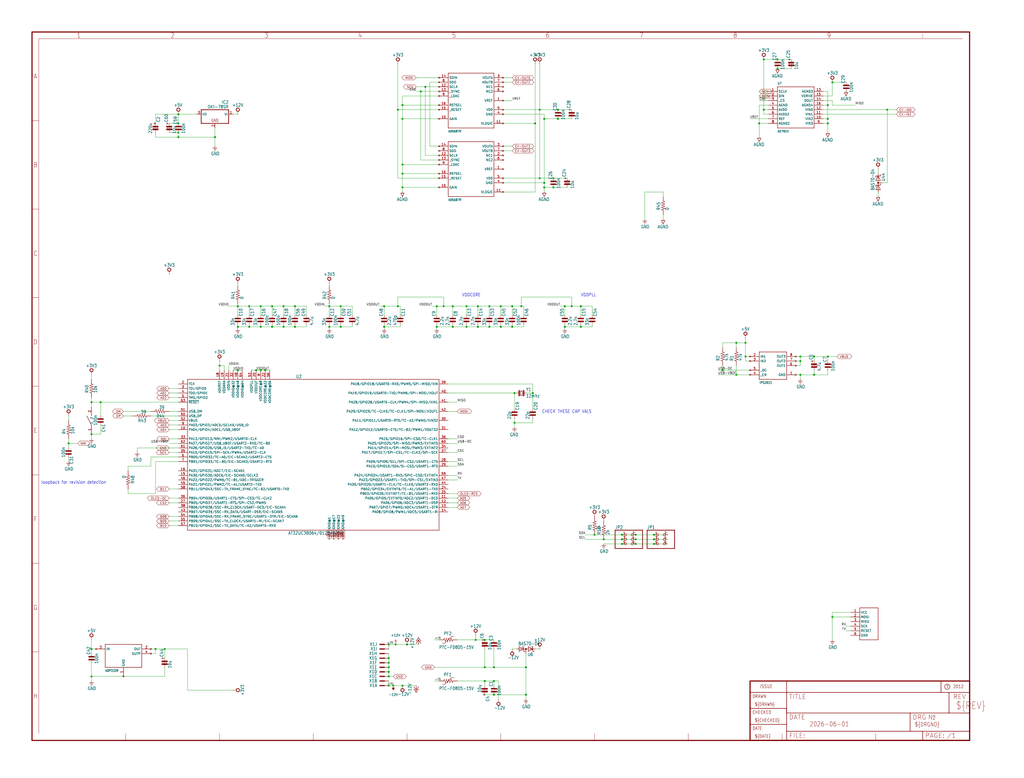
<source format=kicad_sch>
(kicad_sch (version 20231120) (generator "eeschema") (generator_version "8.0")
  (paper "User" 568.731 432.41)
  (junction (at 452.12 198.12))
  (junction (at 299.72 99.06))
  (junction (at 223.52 91.44))
  (junction (at 223.52 104.14))
  (junction (at 99.06 63.5))
  (junction (at 274.32 370.84))
  (junction (at 444.5 198.12))
  (junction (at 302.26 101.6))
  (junction (at 157.48 170.18))
  (junction (at 462.28 342.9))
  (junction (at 284.48 170.18))
  (junction (at 278.13 181.61))
  (junction (at 274.32 386.08))
  (junction (at 401.32 205.74))
  (junction (at 220.98 60.96))
  (junction (at 408.94 190.5))
  (junction (at 157.48 181.61))
  (junction (at 345.44 297.18))
  (junction (at 363.22 302.26))
  (junction (at 223.52 96.52))
  (junction (at 215.9 375.92))
  (junction (at 138.43 181.61))
  (junction (at 163.83 181.61))
  (junction (at 246.38 170.18))
  (junction (at 459.74 68.58))
  (junction (at 297.18 68.58))
  (junction (at 302.26 104.14))
  (junction (at 147.32 205.74))
  (junction (at 38.1 246.38))
  (junction (at 309.88 60.96))
  (junction (at 223.52 58.42))
  (junction (at 459.74 198.12))
  (junction (at 50.8 360.68))
  (junction (at 213.36 170.18))
  (junction (at 259.08 170.18))
  (junction (at 219.71 358.14))
  (junction (at 269.24 370.84))
  (junction (at 215.9 373.38))
  (junction (at 119.38 76.2))
  (junction (at 299.72 60.96))
  (junction (at 274.32 378.46))
  (junction (at 132.08 205.74))
  (junction (at 302.26 66.04))
  (junction (at 215.9 368.3))
  (junction (at 459.74 58.42))
  (junction (at 307.34 104.14))
  (junction (at 236.22 48.26))
  (junction (at 330.2 297.18))
  (junction (at 132.08 170.18))
  (junction (at 353.06 299.72))
  (junction (at 215.9 370.84))
  (junction (at 421.64 68.58))
  (junction (at 132.08 181.61))
  (junction (at 259.08 181.61))
  (junction (at 322.58 170.18))
  (junction (at 223.52 381))
  (junction (at 424.18 33.02))
  (junction (at 284.48 181.61))
  (junction (at 215.9 381))
  (junction (at 251.46 181.61))
  (junction (at 182.88 170.18))
  (junction (at 408.94 208.28))
  (junction (at 492.76 60.96))
  (junction (at 182.88 181.61))
  (junction (at 99.06 73.66))
  (junction (at 163.83 170.18))
  (junction (at 269.24 378.46))
  (junction (at 50.8 223.52))
  (junction (at 424.18 60.96))
  (junction (at 151.13 170.18))
  (junction (at 295.91 218.44))
  (junction (at 444.5 208.28))
  (junction (at 189.23 181.61))
  (junction (at 278.13 170.18))
  (junction (at 144.78 205.74))
  (junction (at 264.16 355.6))
  (junction (at 414.02 190.5))
  (junction (at 215.9 358.14))
  (junction (at 285.75 234.95))
  (junction (at 91.44 360.68))
  (junction (at 242.57 170.18))
  (junction (at 99.06 68.58))
  (junction (at 444.5 200.66))
  (junction (at 363.22 299.72))
  (junction (at 233.68 50.8))
  (junction (at 307.34 99.06))
  (junction (at 121.92 203.2))
  (junction (at 269.24 355.6))
  (junction (at 271.78 170.18))
  (junction (at 220.98 170.18))
  (junction (at 317.5 170.18))
  (junction (at 459.74 66.04))
  (junction (at 363.22 297.18))
  (junction (at 313.69 170.18))
  (junction (at 345.44 302.26))
  (junction (at 99.06 76.2))
  (junction (at 86.36 360.68))
  (junction (at 322.58 181.61))
  (junction (at 151.13 181.61))
  (junction (at 242.57 181.61))
  (junction (at 218.44 381))
  (junction (at 289.56 170.18))
  (junction (at 142.24 205.74))
  (junction (at 292.1 386.08))
  (junction (at 144.78 181.61))
  (junction (at 251.46 170.18))
  (junction (at 189.23 170.18))
  (junction (at 50.8 375.92))
  (junction (at 462.28 45.72))
  (junction (at 226.06 358.14))
  (junction (at 144.78 170.18))
  (junction (at 265.43 181.61))
  (junction (at 345.44 299.72))
  (junction (at 353.06 302.26))
  (junction (at 353.06 297.18))
  (junction (at 271.78 181.61))
  (junction (at 431.8 38.1))
  (junction (at 223.52 66.04))
  (junction (at 452.12 208.28))
  (junction (at 215.9 365.76))
  (junction (at 431.8 33.02))
  (junction (at 292.1 370.84))
  (junction (at 265.43 170.18))
  (junction (at 335.28 299.72))
  (junction (at 309.88 66.04))
  (junction (at 285.75 218.44))
  (junction (at 414.02 198.12))
  (junction (at 50.8 241.3))
  (junction (at 55.88 223.52))
  (junction (at 313.69 181.61))
  (junction (at 213.36 181.61))
  (junction (at 138.43 170.18))
  (wire (pts (xy 132.08 205.74) (xy 129.54 205.74)) (stroke (width 0.1524)))
  (wire (pts (xy 55.88 231.14) (xy 55.88 223.52)) (stroke (width 0.1524)))
  (wire (pts (xy 487.68 106.68) (xy 487.68 109.22)) (stroke (width 0.1524)))
  (wire (pts (xy 231.14 43.18) (xy 243.84 43.18)) (stroke (width 0.1524)))
  (wire (pts (xy 302.26 104.14) (xy 307.34 104.14)) (stroke (width 0.1524)))
  (wire (pts (xy 259.08 170.18) (xy 259.08 175.26)) (stroke (width 0.1524)))
  (wire (pts (xy 213.36 181.61) (xy 222.25 181.61)) (stroke (width 0.1524)))
  (wire (pts (xy 431.8 33.02) (xy 439.42 33.02)) (stroke (width 0.1524)))
  (wire (pts (xy 182.88 182.88) (xy 182.88 181.61)) (stroke (width 0.1524)))
  (wire (pts (xy 129.54 63.5) (xy 132.08 63.5)) (stroke (width 0.1524)))
  (wire (pts (xy 243.84 45.72) (xy 238.76 45.72)) (stroke (width 0.1524)))
  (wire (pts (xy 50.8 241.3) (xy 50.8 243.84)) (stroke (width 0.1524)))
  (wire (pts (xy 55.88 236.22) (xy 55.88 241.3)) (stroke (width 0.1524)))
  (wire (pts (xy 189.23 181.61) (xy 195.58 181.61)) (stroke (width 0.1524)))
  (wire (pts (xy 182.88 170.18) (xy 182.88 175.26)) (stroke (width 0.1524)))
  (wire (pts (xy 242.57 170.18) (xy 246.38 170.18)) (stroke (width 0.1524)))
  (wire (pts (xy 363.22 299.72) (xy 353.06 299.72)) (stroke (width 0.1524)))
  (wire (pts (xy 254 279.4) (xy 248.92 279.4)) (stroke (width 0.1524)))
  (wire (pts (xy 99.06 68.58) (xy 93.98 68.58)) (stroke (width 0.1524)))
  (wire (pts (xy 426.72 55.88) (xy 421.64 55.88)) (stroke (width 0.1524)))
  (wire (pts (xy 398.78 205.74) (xy 401.32 205.74)) (stroke (width 0.1524)))
  (wire (pts (xy 134.62 205.74) (xy 132.08 205.74)) (stroke (width 0.1524)))
  (wire (pts (xy 220.98 165.1) (xy 246.38 165.1)) (stroke (width 0.1524)))
  (wire (pts (xy 213.36 182.88) (xy 213.36 181.61)) (stroke (width 0.1524)))
  (wire (pts (xy 307.34 99.06) (xy 299.72 99.06)) (stroke (width 0.1524)))
  (wire (pts (xy 424.18 63.5) (xy 424.18 60.96)) (stroke (width 0.1524)))
  (wire (pts (xy 220.98 170.18) (xy 220.98 165.1)) (stroke (width 0.1524)))
  (wire (pts (xy 398.78 208.28) (xy 408.94 208.28)) (stroke (width 0.1524)))
  (wire (pts (xy 279.4 60.96) (xy 299.72 60.96)) (stroke (width 0.1524)))
  (wire (pts (xy 457.2 53.34) (xy 462.28 53.34)) (stroke (width 0.1524)))
  (wire (pts (xy 285.75 218.44) (xy 285.75 227.33)) (stroke (width 0.1524)))
  (wire (pts (xy 289.56 165.1) (xy 317.5 165.1)) (stroke (width 0.1524)))
  (wire (pts (xy 297.18 106.68) (xy 297.18 68.58)) (stroke (width 0.1524)))
  (wire (pts (xy 426.72 53.34) (xy 421.64 53.34)) (stroke (width 0.1524)))
  (wire (pts (xy 457.2 50.8) (xy 459.74 50.8)) (stroke (width 0.1524)))
  (wire (pts (xy 441.96 198.12) (xy 444.5 198.12)) (stroke (width 0.1524)))
  (wire (pts (xy 284.48 181.61) (xy 290.83 181.61)) (stroke (width 0.1524)))
  (wire (pts (xy 284.48 45.72) (xy 279.4 45.72)) (stroke (width 0.1524)))
  (wire (pts (xy 368.3 106.68) (xy 358.14 106.68)) (stroke (width 0.1524)))
  (wire (pts (xy 457.2 58.42) (xy 459.74 58.42)) (stroke (width 0.1524)))
  (wire (pts (xy 99.06 289.56) (xy 93.98 289.56)) (stroke (width 0.1524)))
  (wire (pts (xy 279.4 106.68) (xy 297.18 106.68)) (stroke (width 0.1524)))
  (wire (pts (xy 416.56 200.66) (xy 414.02 200.66)) (stroke (width 0.1524)))
  (wire (pts (xy 307.34 104.14) (xy 314.96 104.14)) (stroke (width 0.1524)))
  (wire (pts (xy 292.1 363.22) (xy 292.1 370.84)) (stroke (width 0.1524)))
  (wire (pts (xy 368.3 119.38) (xy 368.3 121.92)) (stroke (width 0.1524)))
  (wire (pts (xy 363.22 302.26) (xy 370.84 302.26)) (stroke (width 0.1524)))
  (wire (pts (xy 426.72 68.58) (xy 421.64 68.58)) (stroke (width 0.1524)))
  (wire (pts (xy 414.02 190.5) (xy 414.02 187.96)) (stroke (width 0.1524)))
  (wire (pts (xy 243.84 66.04) (xy 223.52 66.04)) (stroke (width 0.1524)))
  (wire (pts (xy 223.52 104.14) (xy 223.52 106.68)) (stroke (width 0.1524)))
  (wire (pts (xy 292.1 218.44) (xy 295.91 218.44)) (stroke (width 0.1524)))
  (wire (pts (xy 86.36 63.5) (xy 86.36 68.58)) (stroke (width 0.1524)))
  (wire (pts (xy 269.24 378.46) (xy 274.32 378.46)) (stroke (width 0.1524)))
  (wire (pts (xy 322.58 170.18) (xy 328.93 170.18)) (stroke (width 0.1524)))
  (wire (pts (xy 86.36 360.68) (xy 91.44 360.68)) (stroke (width 0.1524)))
  (wire (pts (xy 414.02 200.66) (xy 414.02 198.12)) (stroke (width 0.1524)))
  (wire (pts (xy 353.06 299.72) (xy 345.44 299.72)) (stroke (width 0.1524)))
  (wire (pts (xy 358.14 106.68) (xy 358.14 121.92)) (stroke (width 0.1524)))
  (wire (pts (xy 251.46 181.61) (xy 251.46 180.34)) (stroke (width 0.1524)))
  (wire (pts (xy 335.28 302.26) (xy 345.44 302.26)) (stroke (width 0.1524)))
  (wire (pts (xy 71.12 261.62) (xy 71.12 259.08)) (stroke (width 0.1524)))
  (wire (pts (xy 104.14 383.54) (xy 104.14 360.68)) (stroke (width 0.1524)))
  (wire (pts (xy 243.84 48.26) (xy 236.22 48.26)) (stroke (width 0.1524)))
  (wire (pts (xy 124.46 205.74) (xy 124.46 203.2)) (stroke (width 0.1524)))
  (wire (pts (xy 271.78 170.18) (xy 278.13 170.18)) (stroke (width 0.1524)))
  (wire (pts (xy 144.78 170.18) (xy 151.13 170.18)) (stroke (width 0.1524)))
  (wire (pts (xy 93.98 251.46) (xy 99.06 251.46)) (stroke (width 0.1524)))
  (wire (pts (xy 254 228.6) (xy 248.92 228.6)) (stroke (width 0.1524)))
  (wire (pts (xy 462.28 55.88) (xy 457.2 55.88)) (stroke (width 0.1524)))
  (wire (pts (xy 231.14 50.8) (xy 233.68 50.8)) (stroke (width 0.1524)))
  (wire (pts (xy 317.5 170.18) (xy 322.58 170.18)) (stroke (width 0.1524)))
  (wire (pts (xy 223.52 66.04) (xy 223.52 91.44)) (stroke (width 0.1524)))
  (wire (pts (xy 248.92 218.44) (xy 285.75 218.44)) (stroke (width 0.1524)))
  (wire (pts (xy 297.18 68.58) (xy 297.18 35.56)) (stroke (width 0.1524)))
  (wire (pts (xy 259.08 170.18) (xy 265.43 170.18)) (stroke (width 0.1524)))
  (wire (pts (xy 151.13 181.61) (xy 151.13 180.34)) (stroke (width 0.1524)))
  (wire (pts (xy 353.06 302.26) (xy 363.22 302.26)) (stroke (width 0.1524)))
  (wire (pts (xy 424.18 60.96) (xy 424.18 33.02)) (stroke (width 0.1524)))
  (wire (pts (xy 254 243.84) (xy 248.92 243.84)) (stroke (width 0.1524)))
  (wire (pts (xy 242.57 181.61) (xy 251.46 181.61)) (stroke (width 0.1524)))
  (wire (pts (xy 313.69 181.61) (xy 322.58 181.61)) (stroke (width 0.1524)))
  (wire (pts (xy 269.24 360.68) (xy 269.24 370.84)) (stroke (width 0.1524)))
  (wire (pts (xy 259.08 181.61) (xy 259.08 180.34)) (stroke (width 0.1524)))
  (wire (pts (xy 353.06 297.18) (xy 345.44 297.18)) (stroke (width 0.1524)))
  (wire (pts (xy 251.46 170.18) (xy 259.08 170.18)) (stroke (width 0.1524)))
  (wire (pts (xy 408.94 208.28) (xy 408.94 203.2)) (stroke (width 0.1524)))
  (wire (pts (xy 313.69 170.18) (xy 313.69 175.26)) (stroke (width 0.1524)))
  (wire (pts (xy 182.88 170.18) (xy 182.88 168.91)) (stroke (width 0.1524)))
  (wire (pts (xy 50.8 220.98) (xy 50.8 223.52)) (stroke (width 0.1524)))
  (wire (pts (xy 490.22 101.6) (xy 492.76 101.6)) (stroke (width 0.1524)))
  (wire (pts (xy 265.43 170.18) (xy 271.78 170.18)) (stroke (width 0.1524)))
  (wire (pts (xy 163.83 170.18) (xy 170.18 170.18)) (stroke (width 0.1524)))
  (wire (pts (xy 414.02 190.5) (xy 408.94 190.5)) (stroke (width 0.1524)))
  (wire (pts (xy 284.48 170.18) (xy 289.56 170.18)) (stroke (width 0.1524)))
  (wire (pts (xy 254 246.38) (xy 248.92 246.38)) (stroke (width 0.1524)))
  (wire (pts (xy 441.96 203.2) (xy 444.5 203.2)) (stroke (width 0.1524)))
  (wire (pts (xy 254 264.16) (xy 248.92 264.16)) (stroke (width 0.1524)))
  (wire (pts (xy 86.36 256.54) (xy 86.36 274.32)) (stroke (width 0.1524)))
  (wire (pts (xy 223.52 96.52) (xy 223.52 104.14)) (stroke (width 0.1524)))
  (wire (pts (xy 99.06 63.5) (xy 109.22 63.5)) (stroke (width 0.1524)))
  (wire (pts (xy 290.83 170.18) (xy 290.83 175.26)) (stroke (width 0.1524)))
  (wire (pts (xy 213.36 170.18) (xy 220.98 170.18)) (stroke (width 0.1524)))
  (wire (pts (xy 238.76 81.28) (xy 243.84 81.28)) (stroke (width 0.1524)))
  (wire (pts (xy 317.5 66.04) (xy 309.88 66.04)) (stroke (width 0.1524)))
  (wire (pts (xy 265.43 181.61) (xy 265.43 180.34)) (stroke (width 0.1524)))
  (wire (pts (xy 325.12 299.72) (xy 335.28 299.72)) (stroke (width 0.1524)))
  (wire (pts (xy 50.8 363.22) (xy 50.8 360.68)) (stroke (width 0.1524)))
  (wire (pts (xy 284.48 83.82) (xy 279.4 83.82)) (stroke (width 0.1524)))
  (wire (pts (xy 38.1 256.54) (xy 38.1 254)) (stroke (width 0.1524)))
  (wire (pts (xy 265.43 170.18) (xy 265.43 175.26)) (stroke (width 0.1524)))
  (wire (pts (xy 284.48 81.28) (xy 279.4 81.28)) (stroke (width 0.1524)))
  (wire (pts (xy 274.32 381) (xy 274.32 378.46)) (stroke (width 0.1524)))
  (wire (pts (xy 322.58 170.18) (xy 322.58 175.26)) (stroke (width 0.1524)))
  (wire (pts (xy 83.82 231.14) (xy 99.06 231.14)) (stroke (width 0.1524)))
  (wire (pts (xy 218.44 381) (xy 223.52 381)))
  (wire (pts (xy 144.78 181.61) (xy 151.13 181.61)) (stroke (width 0.1524)))
  (wire (pts (xy 292.1 386.08) (xy 292.1 388.62)) (stroke (width 0.1524)))
  (wire (pts (xy 459.74 66.04) (xy 459.74 68.58)) (stroke (width 0.1524)))
  (wire (pts (xy 313.69 181.61) (xy 313.69 180.34)) (stroke (width 0.1524)))
  (wire (pts (xy 462.28 45.72) (xy 469.9 45.72)) (stroke (width 0.1524)))
  (wire (pts (xy 459.74 58.42) (xy 459.74 66.04)) (stroke (width 0.1524)))
  (wire (pts (xy 182.88 181.61) (xy 189.23 181.61)) (stroke (width 0.1524)))
  (wire (pts (xy 421.64 58.42) (xy 421.64 68.58)) (stroke (width 0.1524)))
  (wire (pts (xy 83.82 254) (xy 99.06 254)) (stroke (width 0.1524)))
  (wire (pts (xy 93.98 292.1) (xy 99.06 292.1)) (stroke (width 0.1524)))
  (wire (pts (xy 299.72 99.06) (xy 299.72 60.96)) (stroke (width 0.1524)))
  (wire (pts (xy 142.24 205.74) (xy 139.7 205.74)) (stroke (width 0.1524)))
  (wire (pts (xy 299.72 60.96) (xy 309.88 60.96)) (stroke (width 0.1524)))
  (wire (pts (xy 243.84 53.34) (xy 223.52 53.34)) (stroke (width 0.1524)))
  (wire (pts (xy 330.2 297.18) (xy 345.44 297.18)) (stroke (width 0.1524)))
  (wire (pts (xy 151.13 181.61) (xy 157.48 181.61)) (stroke (width 0.1524)))
  (wire (pts (xy 271.78 181.61) (xy 278.13 181.61)) (stroke (width 0.1524)))
  (wire (pts (xy 182.88 170.18) (xy 180.34 170.18)) (stroke (width 0.1524)))
  (wire (pts (xy 322.58 181.61) (xy 328.93 181.61)) (stroke (width 0.1524)))
  (wire (pts (xy 182.88 157.48) (xy 182.88 158.75)) (stroke (width 0.1524)))
  (wire (pts (xy 93.98 287.02) (xy 99.06 287.02)) (stroke (width 0.1524)))
  (wire (pts (xy 269.24 381) (xy 269.24 378.46)) (stroke (width 0.1524)))
  (wire (pts (xy 142.24 205.74) (xy 144.78 205.74)) (stroke (width 0.1524)))
  (wire (pts (xy 401.32 205.74) (xy 401.32 203.2)) (stroke (width 0.1524)))
  (wire (pts (xy 271.78 181.61) (xy 271.78 180.34)) (stroke (width 0.1524)))
  (wire (pts (xy 426.72 60.96) (xy 424.18 60.96)) (stroke (width 0.1524)))
  (wire (pts (xy 195.58 181.61) (xy 195.58 180.34)) (stroke (width 0.1524)))
  (wire (pts (xy 68.58 231.14) (xy 73.66 231.14)) (stroke (width 0.1524)))
  (wire (pts (xy 274.32 386.08) (xy 269.24 386.08)) (stroke (width 0.1524)))
  (wire (pts (xy 295.91 234.95) (xy 285.75 234.95)) (stroke (width 0.1524)))
  (wire (pts (xy 459.74 198.12) (xy 464.82 198.12)) (stroke (width 0.1524)))
  (wire (pts (xy 132.08 181.61) (xy 138.43 181.61)) (stroke (width 0.1524)))
  (wire (pts (xy 127 203.2) (xy 127 205.74)) (stroke (width 0.1524)))
  (wire (pts (xy 290.83 181.61) (xy 290.83 180.34)) (stroke (width 0.1524)))
  (wire (pts (xy 138.43 181.61) (xy 144.78 181.61)) (stroke (width 0.1524)))
  (wire (pts (xy 462.28 53.34) (xy 462.28 45.72)) (stroke (width 0.1524)))
  (wire (pts (xy 195.58 170.18) (xy 195.58 175.26)) (stroke (width 0.1524)))
  (wire (pts (xy 259.08 181.61) (xy 265.43 181.61)) (stroke (width 0.1524)))
  (wire (pts (xy 264.16 355.6) (xy 264.16 353.06)) (stroke (width 0.1524)))
  (wire (pts (xy 71.12 259.08) (xy 83.82 259.08)) (stroke (width 0.1524)))
  (wire (pts (xy 215.9 375.92) (xy 218.44 375.92)) (stroke (width 0.1524)))
  (wire (pts (xy 91.44 360.68) (xy 104.14 360.68)) (stroke (width 0.1524)))
  (wire (pts (xy 38.1 248.92) (xy 38.1 246.38)) (stroke (width 0.1524)))
  (wire (pts (xy 457.2 63.5) (xy 497.84 63.5)) (stroke (width 0.1524)))
  (wire (pts (xy 50.8 223.52) (xy 50.8 226.06)) (stroke (width 0.1524)))
  (wire (pts (xy 462.28 342.9) (xy 462.28 355.6)) (stroke (width 0.1524)))
  (wire (pts (xy 335.28 299.72) (xy 345.44 299.72)) (stroke (width 0.1524)))
  (wire (pts (xy 76.2 248.92) (xy 76.2 251.46)) (stroke (width 0.1524)))
  (wire (pts (xy 269.24 355.6) (xy 274.32 355.6)) (stroke (width 0.1524)))
  (wire (pts (xy 408.94 208.28) (xy 416.56 208.28)) (stroke (width 0.1524)))
  (wire (pts (xy 189.23 181.61) (xy 189.23 180.34)) (stroke (width 0.1524)))
  (wire (pts (xy 236.22 48.26) (xy 231.14 48.26)) (stroke (width 0.1524)))
  (wire (pts (xy 302.26 66.04) (xy 302.26 101.6)) (stroke (width 0.1524)))
  (wire (pts (xy 278.13 170.18) (xy 284.48 170.18)) (stroke (width 0.1524)))
  (wire (pts (xy 93.98 271.78) (xy 99.06 271.78)) (stroke (width 0.1524)))
  (wire (pts (xy 86.36 76.2) (xy 86.36 73.66)) (stroke (width 0.1524)))
  (wire (pts (xy 254 266.7) (xy 248.92 266.7)) (stroke (width 0.1524)))
  (wire (pts (xy 220.98 60.96) (xy 243.84 60.96)) (stroke (width 0.1524)))
  (wire (pts (xy 302.26 104.14) (xy 302.26 106.68)) (stroke (width 0.1524)))
  (wire (pts (xy 444.5 198.12) (xy 452.12 198.12)) (stroke (width 0.1524)))
  (wire (pts (xy 279.4 99.06) (xy 299.72 99.06)) (stroke (width 0.1524)))
  (wire (pts (xy 233.68 50.8) (xy 243.84 50.8)) (stroke (width 0.1524)))
  (wire (pts (xy 426.72 66.04) (xy 416.56 66.04)) (stroke (width 0.1524)))
  (wire (pts (xy 99.06 76.2) (xy 86.36 76.2)) (stroke (width 0.1524)))
  (wire (pts (xy 83.82 360.68) (xy 86.36 360.68)) (stroke (width 0.1524)))
  (wire (pts (xy 313.69 170.18) (xy 317.5 170.18)) (stroke (width 0.1524)))
  (wire (pts (xy 401.32 190.5) (xy 401.32 193.04)) (stroke (width 0.1524)))
  (wire (pts (xy 157.48 170.18) (xy 157.48 175.26)) (stroke (width 0.1524)))
  (wire (pts (xy 243.84 104.14) (xy 223.52 104.14)) (stroke (width 0.1524)))
  (wire (pts (xy 254 256.54) (xy 248.92 256.54)) (stroke (width 0.1524)))
  (wire (pts (xy 220.98 60.96) (xy 220.98 35.56)) (stroke (width 0.1524)))
  (wire (pts (xy 220.98 99.06) (xy 220.98 60.96)) (stroke (width 0.1524)))
  (wire (pts (xy 487.68 93.98) (xy 487.68 96.52)) (stroke (width 0.1524)))
  (wire (pts (xy 223.52 53.34) (xy 223.52 58.42)) (stroke (width 0.1524)))
  (wire (pts (xy 50.8 355.6) (xy 50.8 360.68)) (stroke (width 0.1524)))
  (wire (pts (xy 274.32 370.84) (xy 292.1 370.84)) (stroke (width 0.1524)))
  (wire (pts (xy 223.52 58.42) (xy 223.52 66.04)) (stroke (width 0.1524)))
  (wire (pts (xy 243.84 91.44) (xy 223.52 91.44)) (stroke (width 0.1524)))
  (wire (pts (xy 353.06 297.18) (xy 363.22 297.18)) (stroke (width 0.1524)))
  (wire (pts (xy 472.44 347.98) (xy 469.9 347.98)) (stroke (width 0.1524)))
  (wire (pts (xy 474.98 58.42) (xy 462.28 58.42)) (stroke (width 0.1524)))
  (wire (pts (xy 314.96 99.06) (xy 307.34 99.06)) (stroke (width 0.1524)))
  (wire (pts (xy 242.57 181.61) (xy 242.57 180.34)) (stroke (width 0.1524)))
  (wire (pts (xy 170.18 181.61) (xy 170.18 180.34)) (stroke (width 0.1524)))
  (wire (pts (xy 242.57 182.88) (xy 242.57 181.61)) (stroke (width 0.1524)))
  (wire (pts (xy 68.58 228.6) (xy 83.82 228.6)) (stroke (width 0.1524)))
  (wire (pts (xy 325.12 297.18) (xy 330.2 297.18)) (stroke (width 0.1524)))
  (wire (pts (xy 93.98 215.9) (xy 99.06 215.9)) (stroke (width 0.1524)))
  (wire (pts (xy 444.5 200.66) (xy 444.5 198.12)) (stroke (width 0.1524)))
  (wire (pts (xy 215.9 365.76) (xy 215.9 363.22)) (stroke (width 0.1524)))
  (wire (pts (xy 55.88 223.52) (xy 99.06 223.52)) (stroke (width 0.1524)))
  (wire (pts (xy 444.5 208.28) (xy 452.12 208.28)) (stroke (width 0.1524)))
  (wire (pts (xy 243.84 96.52) (xy 223.52 96.52)) (stroke (width 0.1524)))
  (wire (pts (xy 93.98 220.98) (xy 99.06 220.98)) (stroke (width 0.1524)))
  (wire (pts (xy 132.08 175.26) (xy 132.08 170.18)) (stroke (width 0.1524)))
  (wire (pts (xy 226.06 358.14) (xy 232.41 358.14)))
  (wire (pts (xy 313.69 182.88) (xy 313.69 181.61)) (stroke (width 0.1524)))
  (wire (pts (xy 83.82 259.08) (xy 83.82 254)) (stroke (width 0.1524)))
  (wire (pts (xy 144.78 170.18) (xy 144.78 175.26)) (stroke (width 0.1524)))
  (wire (pts (xy 238.76 45.72) (xy 238.76 81.28)) (stroke (width 0.1524)))
  (wire (pts (xy 147.32 205.74) (xy 149.86 205.74)) (stroke (width 0.1524)))
  (wire (pts (xy 276.86 378.46) (xy 276.86 388.62)) (stroke (width 0.1524)))
  (wire (pts (xy 462.28 58.42) (xy 462.28 55.88)) (stroke (width 0.1524)))
  (wire (pts (xy 363.22 297.18) (xy 370.84 297.18)) (stroke (width 0.1524)))
  (wire (pts (xy 93.98 228.6) (xy 99.06 228.6)) (stroke (width 0.1524)))
  (wire (pts (xy 424.18 33.02) (xy 431.8 33.02)) (stroke (width 0.1524)))
  (wire (pts (xy 457.2 66.04) (xy 459.74 66.04)) (stroke (width 0.1524)))
  (wire (pts (xy 278.13 170.18) (xy 278.13 175.26)) (stroke (width 0.1524)))
  (wire (pts (xy 284.48 170.18) (xy 284.48 175.26)) (stroke (width 0.1524)))
  (wire (pts (xy 240.03 170.18) (xy 242.57 170.18)) (stroke (width 0.1524)))
  (wire (pts (xy 459.74 208.28) (xy 459.74 205.74)) (stroke (width 0.1524)))
  (wire (pts (xy 132.08 170.18) (xy 127 170.18)) (stroke (width 0.1524)))
  (wire (pts (xy 426.72 50.8) (xy 421.64 50.8)) (stroke (width 0.1524)))
  (wire (pts (xy 215.9 358.14) (xy 219.71 358.14)) (stroke (width 0.1524)))
  (wire (pts (xy 408.94 190.5) (xy 401.32 190.5)) (stroke (width 0.1524)))
  (wire (pts (xy 99.06 63.5) (xy 86.36 63.5)) (stroke (width 0.1524)))
  (wire (pts (xy 163.83 170.18) (xy 163.83 175.26)) (stroke (width 0.1524)))
  (wire (pts (xy 50.8 375.92) (xy 50.8 378.46)) (stroke (width 0.1524)))
  (wire (pts (xy 459.74 200.66) (xy 459.74 198.12)) (stroke (width 0.1524)))
  (wire (pts (xy 295.91 213.36) (xy 248.92 213.36)) (stroke (width 0.1524)))
  (wire (pts (xy 132.08 158.75) (xy 132.08 157.48)) (stroke (width 0.1524)))
  (wire (pts (xy 401.32 205.74) (xy 416.56 205.74)) (stroke (width 0.1524)))
  (wire (pts (xy 213.36 181.61) (xy 213.36 180.34)) (stroke (width 0.1524)))
  (wire (pts (xy 50.8 368.3) (xy 50.8 375.92)) (stroke (width 0.1524)))
  (wire (pts (xy 119.38 71.12) (xy 119.38 76.2)) (stroke (width 0.1524)))
  (wire (pts (xy 163.83 181.61) (xy 170.18 181.61)) (stroke (width 0.1524)))
  (wire (pts (xy 285.75 234.95) (xy 285.75 237.49)) (stroke (width 0.1524)))
  (wire (pts (xy 53.34 360.68) (xy 50.8 360.68)) (stroke (width 0.1524)))
  (wire (pts (xy 91.44 365.76) (xy 91.44 360.68)) (stroke (width 0.1524)))
  (wire (pts (xy 472.44 340.36) (xy 462.28 340.36)) (stroke (width 0.1524)))
  (wire (pts (xy 254 378.46) (xy 269.24 378.46)) (stroke (width 0.1524)))
  (wire (pts (xy 441.96 208.28) (xy 444.5 208.28)) (stroke (width 0.1524)))
  (wire (pts (xy 93.98 279.4) (xy 99.06 279.4)) (stroke (width 0.1524)))
  (wire (pts (xy 99.06 73.66) (xy 99.06 76.2)) (stroke (width 0.1524)))
  (wire (pts (xy 426.72 63.5) (xy 424.18 63.5)) (stroke (width 0.1524)))
  (wire (pts (xy 121.92 203.2) (xy 121.92 200.66)) (stroke (width 0.1524)))
  (wire (pts (xy 317.5 165.1) (xy 317.5 170.18)) (stroke (width 0.1524)))
  (wire (pts (xy 368.3 109.22) (xy 368.3 106.68)) (stroke (width 0.1524)))
  (wire (pts (xy 215.9 381) (xy 215.9 378.46)) (stroke (width 0.1524)))
  (wire (pts (xy 215.9 373.38) (xy 215.9 370.84)) (stroke (width 0.1524)))
  (wire (pts (xy 426.72 58.42) (xy 421.64 58.42)) (stroke (width 0.1524)))
  (wire (pts (xy 99.06 256.54) (xy 86.36 256.54)) (stroke (width 0.1524)))
  (wire (pts (xy 492.76 101.6) (xy 492.76 60.96)) (stroke (width 0.1524)))
  (wire (pts (xy 279.4 55.88) (xy 284.48 55.88)) (stroke (width 0.1524)))
  (wire (pts (xy 93.98 218.44) (xy 99.06 218.44)) (stroke (width 0.1524)))
  (wire (pts (xy 233.68 50.8) (xy 233.68 88.9)) (stroke (width 0.1524)))
  (wire (pts (xy 271.78 170.18) (xy 271.78 175.26)) (stroke (width 0.1524)))
  (wire (pts (xy 223.52 381) (xy 231.14 381)))
  (wire (pts (xy 38.1 246.38) (xy 43.18 246.38)) (stroke (width 0.1524)))
  (wire (pts (xy 93.98 236.22) (xy 99.06 236.22)) (stroke (width 0.1524)))
  (wire (pts (xy 254 259.08) (xy 248.92 259.08)) (stroke (width 0.1524)))
  (wire (pts (xy 472.44 350.52) (xy 469.9 350.52)) (stroke (width 0.1524)))
  (wire (pts (xy 138.43 170.18) (xy 138.43 175.26)) (stroke (width 0.1524)))
  (wire (pts (xy 71.12 274.32) (xy 71.12 271.78)) (stroke (width 0.1524)))
  (wire (pts (xy 138.43 170.18) (xy 144.78 170.18)) (stroke (width 0.1524)))
  (wire (pts (xy 163.83 181.61) (xy 163.83 180.34)) (stroke (width 0.1524)))
  (wire (pts (xy 93.98 238.76) (xy 99.06 238.76)) (stroke (width 0.1524)))
  (wire (pts (xy 219.71 358.14) (xy 226.06 358.14)))
  (wire (pts (xy 295.91 232.41) (xy 295.91 234.95)) (stroke (width 0.1524)))
  (wire (pts (xy 222.25 170.18) (xy 222.25 175.26)) (stroke (width 0.1524)))
  (wire (pts (xy 213.36 175.26) (xy 213.36 170.18)) (stroke (width 0.1524)))
  (wire (pts (xy 278.13 181.61) (xy 278.13 180.34)) (stroke (width 0.1524)))
  (wire (pts (xy 328.93 181.61) (xy 328.93 180.34)) (stroke (width 0.1524)))
  (wire (pts (xy 157.48 170.18) (xy 163.83 170.18)) (stroke (width 0.1524)))
  (wire (pts (xy 279.4 63.5) (xy 302.26 63.5)) (stroke (width 0.1524)))
  (wire (pts (xy 241.3 355.6) (xy 243.84 355.6)) (stroke (width 0.1524)))
  (wire (pts (xy 459.74 68.58) (xy 459.74 73.66)) (stroke (width 0.1524)))
  (wire (pts (xy 246.38 165.1) (xy 246.38 170.18)) (stroke (width 0.1524)))
  (wire (pts (xy 246.38 170.18) (xy 251.46 170.18)) (stroke (width 0.1524)))
  (wire (pts (xy 236.22 48.26) (xy 236.22 86.36)) (stroke (width 0.1524)))
  (wire (pts (xy 215.9 360.68) (xy 215.9 358.14)) (stroke (width 0.1524)))
  (wire (pts (xy 222.25 181.61) (xy 222.25 180.34)) (stroke (width 0.1524)))
  (wire (pts (xy 170.18 170.18) (xy 170.18 175.26)) (stroke (width 0.1524)))
  (wire (pts (xy 144.78 205.74) (xy 147.32 205.74)) (stroke (width 0.1524)))
  (wire (pts (xy 189.23 170.18) (xy 195.58 170.18)) (stroke (width 0.1524)))
  (wire (pts (xy 289.56 170.18) (xy 290.83 170.18)) (stroke (width 0.1524)))
  (wire (pts (xy 269.24 370.84) (xy 274.32 370.84)) (stroke (width 0.1524)))
  (wire (pts (xy 299.72 60.96) (xy 299.72 35.56)) (stroke (width 0.1524)))
  (wire (pts (xy 99.06 248.92) (xy 76.2 248.92)) (stroke (width 0.1524)))
  (wire (pts (xy 99.06 76.2) (xy 119.38 76.2)) (stroke (width 0.1524)))
  (wire (pts (xy 452.12 208.28) (xy 459.74 208.28)) (stroke (width 0.1524)))
  (wire (pts (xy 287.02 360.68) (xy 284.48 360.68)) (stroke (width 0.1524)))
  (wire (pts (xy 189.23 170.18) (xy 189.23 175.26)) (stroke (width 0.1524)))
  (wire (pts (xy 144.78 181.61) (xy 144.78 180.34)) (stroke (width 0.1524)))
  (wire (pts (xy 254 274.32) (xy 248.92 274.32)) (stroke (width 0.1524)))
  (wire (pts (xy 302.26 63.5) (xy 302.26 66.04)) (stroke (width 0.1524)))
  (wire (pts (xy 497.84 60.96) (xy 492.76 60.96)) (stroke (width 0.1524)))
  (wire (pts (xy 414.02 198.12) (xy 414.02 190.5)) (stroke (width 0.1524)))
  (wire (pts (xy 274.32 378.46) (xy 276.86 378.46)) (stroke (width 0.1524)))
  (wire (pts (xy 462.28 340.36) (xy 462.28 342.9)) (stroke (width 0.1524)))
  (wire (pts (xy 242.57 170.18) (xy 242.57 175.26)) (stroke (width 0.1524)))
  (wire (pts (xy 322.58 181.61) (xy 322.58 180.34)) (stroke (width 0.1524)))
  (wire (pts (xy 157.48 181.61) (xy 163.83 181.61)) (stroke (width 0.1524)))
  (wire (pts (xy 370.84 299.72) (xy 363.22 299.72)) (stroke (width 0.1524)))
  (wire (pts (xy 274.32 360.68) (xy 274.32 370.84)) (stroke (width 0.1524)))
  (wire (pts (xy 299.72 360.68) (xy 297.18 360.68)) (stroke (width 0.1524)))
  (wire (pts (xy 121.92 205.74) (xy 121.92 203.2)) (stroke (width 0.1524)))
  (wire (pts (xy 254 251.46) (xy 248.92 251.46)) (stroke (width 0.1524)))
  (wire (pts (xy 353.06 302.26) (xy 345.44 302.26)) (stroke (width 0.1524)))
  (wire (pts (xy 284.48 43.18) (xy 279.4 43.18)) (stroke (width 0.1524)))
  (wire (pts (xy 213.36 170.18) (xy 210.82 170.18)) (stroke (width 0.1524)))
  (wire (pts (xy 292.1 370.84) (xy 292.1 386.08)) (stroke (width 0.1524)))
  (wire (pts (xy 452.12 200.66) (xy 452.12 198.12)) (stroke (width 0.1524)))
  (wire (pts (xy 215.9 370.84) (xy 215.9 368.3)) (stroke (width 0.1524)))
  (wire (pts (xy 220.98 99.06) (xy 243.84 99.06)) (stroke (width 0.1524)))
  (wire (pts (xy 254 281.94) (xy 248.92 281.94)) (stroke (width 0.1524)))
  (wire (pts (xy 328.93 170.18) (xy 328.93 175.26)) (stroke (width 0.1524)))
  (wire (pts (xy 444.5 208.28) (xy 444.5 210.82)) (stroke (width 0.1524)))
  (wire (pts (xy 86.36 274.32) (xy 71.12 274.32)) (stroke (width 0.1524)))
  (wire (pts (xy 236.22 86.36) (xy 243.84 86.36)) (stroke (width 0.1524)))
  (wire (pts (xy 151.13 170.18) (xy 151.13 175.26)) (stroke (width 0.1524)))
  (wire (pts (xy 279.4 101.6) (xy 302.26 101.6)) (stroke (width 0.1524)))
  (wire (pts (xy 421.64 68.58) (xy 421.64 76.2)) (stroke (width 0.1524)))
  (wire (pts (xy 93.98 73.66) (xy 99.06 73.66)) (stroke (width 0.1524)))
  (wire (pts (xy 285.75 232.41) (xy 285.75 234.95)) (stroke (width 0.1524)))
  (wire (pts (xy 251.46 170.18) (xy 251.46 175.26)) (stroke (width 0.1524)))
  (wire (pts (xy 459.74 50.8) (xy 459.74 58.42)) (stroke (width 0.1524)))
  (wire (pts (xy 287.02 218.44) (xy 285.75 218.44)) (stroke (width 0.1524)))
  (wire (pts (xy 124.46 203.2) (xy 121.92 203.2)) (stroke (width 0.1524)))
  (wire (pts (xy 278.13 181.61) (xy 284.48 181.61)) (stroke (width 0.1524)))
  (wire (pts (xy 220.98 170.18) (xy 222.25 170.18)) (stroke (width 0.1524)))
  (wire (pts (xy 38.1 233.68) (xy 38.1 231.14)) (stroke (width 0.1524)))
  (wire (pts (xy 215.9 381) (xy 218.44 381)) (stroke (width 0.1524)))
  (wire (pts (xy 132.08 170.18) (xy 138.43 170.18)) (stroke (width 0.1524)))
  (wire (pts (xy 284.48 181.61) (xy 284.48 180.34)) (stroke (width 0.1524)))
  (wire (pts (xy 265.43 181.61) (xy 271.78 181.61)) (stroke (width 0.1524)))
  (wire (pts (xy 104.14 383.54) (xy 129.54 383.54)) (stroke (width 0.1524)))
  (wire (pts (xy 215.9 375.92) (xy 215.9 373.38)) (stroke (width 0.1524)))
  (wire (pts (xy 264.16 355.6) (xy 269.24 355.6)) (stroke (width 0.1524)))
  (wire (pts (xy 416.56 198.12) (xy 414.02 198.12)) (stroke (width 0.1524)))
  (wire (pts (xy 93.98 276.86) (xy 99.06 276.86)) (stroke (width 0.1524)))
  (wire (pts (xy 289.56 170.18) (xy 289.56 165.1)) (stroke (width 0.1524)))
  (wire (pts (xy 157.48 181.61) (xy 157.48 180.34)) (stroke (width 0.1524)))
  (wire (pts (xy 138.43 181.61) (xy 138.43 180.34)) (stroke (width 0.1524)))
  (wire (pts (xy 274.32 386.08) (xy 292.1 386.08)) (stroke (width 0.1524)))
  (wire (pts (xy 251.46 181.61) (xy 259.08 181.61)) (stroke (width 0.1524)))
  (wire (pts (xy 151.13 170.18) (xy 157.48 170.18)) (stroke (width 0.1524)))
  (wire (pts (xy 132.08 180.34) (xy 132.08 181.61)) (stroke (width 0.1524)))
  (wire (pts (xy 93.98 243.84) (xy 99.06 243.84)) (stroke (width 0.1524)))
  (wire (pts (xy 243.84 58.42) (xy 223.52 58.42)) (stroke (width 0.1524)))
  (wire (pts (xy 233.68 88.9) (xy 243.84 88.9)) (stroke (width 0.1524)))
  (wire (pts (xy 492.76 60.96) (xy 457.2 60.96)) (stroke (width 0.1524)))
  (wire (pts (xy 295.91 218.44) (xy 295.91 213.36)) (stroke (width 0.1524)))
  (wire (pts (xy 441.96 200.66) (xy 444.5 200.66)) (stroke (width 0.1524)))
  (wire (pts (xy 279.4 68.58) (xy 297.18 68.58)) (stroke (width 0.1524)))
  (wire (pts (xy 50.8 223.52) (xy 55.88 223.52)) (stroke (width 0.1524)))
  (wire (pts (xy 309.88 60.96) (xy 317.5 60.96)) (stroke (width 0.1524)))
  (wire (pts (xy 215.9 368.3) (xy 215.9 365.76)) (stroke (width 0.1524)))
  (wire (pts (xy 254 223.52) (xy 248.92 223.52)) (stroke (width 0.1524)))
  (wire (pts (xy 309.88 66.04) (xy 302.26 66.04)) (stroke (width 0.1524)))
  (wire (pts (xy 254 276.86) (xy 248.92 276.86)) (stroke (width 0.1524)))
  (wire (pts (xy 295.91 227.33) (xy 295.91 218.44)) (stroke (width 0.1524)))
  (wire (pts (xy 132.08 170.18) (xy 132.08 168.91)) (stroke (width 0.1524)))
  (wire (pts (xy 182.88 170.18) (xy 189.23 170.18)) (stroke (width 0.1524)))
  (wire (pts (xy 91.44 375.92) (xy 91.44 370.84)) (stroke (width 0.1524)))
  (wire (pts (xy 431.8 38.1) (xy 439.42 38.1)) (stroke (width 0.1524)))
  (wire (pts (xy 444.5 203.2) (xy 444.5 200.66)) (stroke (width 0.1524)))
  (wire (pts (xy 99.06 63.5) (xy 99.06 68.58)) (stroke (width 0.1524)))
  (wire (pts (xy 86.36 363.22) (xy 86.36 360.68)) (stroke (width 0.1524)))
  (wire (pts (xy 457.2 68.58) (xy 459.74 68.58)) (stroke (width 0.1524)))
  (wire (pts (xy 93.98 246.38) (xy 99.06 246.38)) (stroke (width 0.1524)))
  (wire (pts (xy 223.52 91.44) (xy 223.52 96.52)) (stroke (width 0.1524)))
  (wire (pts (xy 452.12 198.12) (xy 459.74 198.12)) (stroke (width 0.1524)))
  (wire (pts (xy 132.08 181.61) (xy 132.08 182.88)) (stroke (width 0.1524)))
  (wire (pts (xy 254 355.6) (xy 264.16 355.6)) (stroke (width 0.1524)))
  (wire (pts (xy 50.8 375.92) (xy 91.44 375.92)) (stroke (width 0.1524)))
  (wire (pts (xy 119.38 76.2) (xy 119.38 81.28)) (stroke (width 0.1524)))
  (wire (pts (xy 50.8 208.28) (xy 50.8 210.82)) (stroke (width 0.1524)))
  (wire (pts (xy 93.98 233.68) (xy 99.06 233.68)) (stroke (width 0.1524)))
  (wire (pts (xy 452.12 208.28) (xy 452.12 205.74)) (stroke (width 0.1524)))
  (wire (pts (xy 472.44 342.9) (xy 462.28 342.9)) (stroke (width 0.1524)))
  (wire (pts (xy 38.1 246.38) (xy 38.1 243.84)) (stroke (width 0.1524)))
  (wire (pts (xy 241.3 378.46) (xy 243.84 378.46)) (stroke (width 0.1524)))
  (wire (pts (xy 55.88 241.3) (xy 50.8 241.3)) (stroke (width 0.1524)))
  (wire (pts (xy 182.88 181.61) (xy 182.88 180.34)) (stroke (width 0.1524)))
  (wire (pts (xy 83.82 363.22) (xy 86.36 363.22)) (stroke (width 0.1524)))
  (wire (pts (xy 269.24 370.84) (xy 241.3 370.84)) (stroke (width 0.1524)))
  (wire (pts (xy 302.26 101.6) (xy 302.26 104.14)) (stroke (width 0.1524)))
  (wire (pts (xy 408.94 190.5) (xy 408.94 193.04)) (stroke (width 0.1524)))
  (wire (pts (xy 311.15 170.18) (xy 313.69 170.18)) (stroke (width 0.1524)))
  (text "CHECK THESE CAP VALS" (at 300.99 229.87 0) (effects (font (size 1.778 1.5113)) (justify left bottom)))
  (text "loopback for revision detection" (at 22.86 269.24 0) (effects (font (size 1.778 1.5113)) (justify left bottom)))
  (text "VDDPLL" (at 322.58 165.1 0) (effects (font (size 1.778 1.5113)) (justify left bottom)))
  (text "VDDCORE" (at 256.54 165.1 0) (effects (font (size 1.778 1.5113)) (justify left bottom)))
  (label "+IN" (at 218.44 358.14 180) (effects (font (size 1.2446 1.2446))))
  (label "MISO" (at 254 223.52 0) (effects (font (size 1.2446 1.2446))))
  (label "CS1" (at 421.64 55.88 0) (effects (font (size 1.2446 1.2446))))
  (label "VDDIO" (at 129.54 205.74 0) (effects (font (size 1.2446 1.2446))))
  (label "SDA" (at 254 259.08 0) (effects (font (size 1.2446 1.2446))))
  (label "VREF" (at 284.48 55.88 0) (effects (font (size 1.2446 1.2446))))
  (label "RX" (at 254 264.16 0) (effects (font (size 1.2446 1.2446))))
  (label "USB-VBOF" (at 93.98 246.38 180) (effects (font (size 1.2446 1.2446))))
  (label "MISO" (at 474.98 58.42 0) (effects (font (size 1.2446 1.2446))))
  (label "VDDOUT" (at 142.24 205.74 0) (effects (font (size 1.2446 1.2446))))
  (label "SCL" (at 254 256.54 0) (effects (font (size 1.2446 1.2446))))
  (label "+IN" (at 241.3 355.6 0) (effects (font (size 1.2446 1.2446))))
  (label "USB-OC" (at 398.78 205.74 0) (effects (font (size 1.2446 1.2446))))
  (label "SCL" (at 325.12 299.72 180) (effects (font (size 1.2446 1.2446))))
  (label "-IN" (at 218.44 381 180) (effects (font (size 1.2446 1.2446))))
  (label "VDDIO" (at 127 170.18 180) (effects (font (size 1.2446 1.2446))))
  (label "VDDIN" (at 127 203.2 0) (effects (font (size 1.2446 1.2446))))
  (label "-IN" (at 241.3 378.46 0) (effects (font (size 1.2446 1.2446))))
  (label "VDDOUT" (at 210.82 170.18 180) (effects (font (size 1.2446 1.2446))))
  (label "USB-OC" (at 254 246.38 0) (effects (font (size 1.2446 1.2446))))
  (label "VREF" (at 416.56 66.04 0) (effects (font (size 1.2446 1.2446))))
  (label "CS0" (at 231.14 50.8 180) (effects (font (size 1.2446 1.2446))))
  (label "VDDOUT" (at 240.03 170.18 180) (effects (font (size 1.2446 1.2446))))
  (label "RX" (at 469.9 347.98 180) (effects (font (size 1.2446 1.2446))))
  (label "VDDIN" (at 180.34 170.18 180) (effects (font (size 1.2446 1.2446))))
  (label "USB-VBOF" (at 398.78 208.28 0) (effects (font (size 1.2446 1.2446))))
  (label "TX" (at 254 266.7 0) (effects (font (size 1.2446 1.2446))))
  (label "CS1" (at 254 251.46 0) (effects (font (size 1.2446 1.2446))))
  (label "VDDOUT" (at 311.15 170.18 180) (effects (font (size 1.2446 1.2446))))
  (label "SDA" (at 325.12 297.18 180) (effects (font (size 1.2446 1.2446))))
  (label "CS0" (at 254 243.84 0) (effects (font (size 1.2446 1.2446))))
  (label "TX" (at 469.9 350.52 180) (effects (font (size 1.2446 1.2446))))
  (global_label "CV-IN1" (shape bidirectional) (at 497.84 63.5 0) (effects (font (size 1.2446 1.2446))) (property "Intersheetrefs" "${INTERSHEET_REFS}" (effects (hide yes))))
  (global_label "NMI" (shape bidirectional) (at 93.98 243.84 180) (effects (font (size 1.2446 1.2446))) (property "Intersheetrefs" "${INTERSHEET_REFS}" (effects (hide yes))))
  (global_label "B10" (shape bidirectional) (at 93.98 292.1 180) (effects (font (size 1.2446 1.2446))) (property "Intersheetrefs" "${INTERSHEET_REFS}" (effects (hide yes))))
  (global_label "A05" (shape bidirectional) (at 254 276.86 0) (effects (font (size 1.2446 1.2446))) (property "Intersheetrefs" "${INTERSHEET_REFS}" (effects (hide yes))))
  (global_label "SCK" (shape bidirectional) (at 93.98 251.46 180) (effects (font (size 1.2446 1.2446))) (property "Intersheetrefs" "${INTERSHEET_REFS}" (effects (hide yes))))
  (global_label "SCK" (shape bidirectional) (at 421.64 50.8 0) (effects (font (size 1.2446 1.2446))) (property "Intersheetrefs" "${INTERSHEET_REFS}" (effects (hide yes))))
  (global_label "OLED-RES" (shape bidirectional) (at 254 274.32 0) (effects (font (size 1.2446 1.2446))) (property "Intersheetrefs" "${INTERSHEET_REFS}" (effects (hide yes))))
  (global_label "A06" (shape bidirectional) (at 254 279.4 0) (effects (font (size 1.2446 1.2446))) (property "Intersheetrefs" "${INTERSHEET_REFS}" (effects (hide yes))))
  (global_label "GND" (shape bidirectional) (at 185.42 299.72 90) (effects (font (size 1.016 1.016))) (property "Intersheetrefs" "${INTERSHEET_REFS}" (effects (hide yes))))
  (global_label "OLED-DC" (shape bidirectional) (at 93.98 276.86 180) (effects (font (size 1.2446 1.2446))) (property "Intersheetrefs" "${INTERSHEET_REFS}" (effects (hide yes))))
  (global_label "B09" (shape bidirectional) (at 93.98 289.56 180) (effects (font (size 1.2446 1.2446))) (property "Intersheetrefs" "${INTERSHEET_REFS}" (effects (hide yes))))
  (global_label "DM" (shape bidirectional) (at 68.58 228.6 180) (effects (font (size 1.2446 1.2446))) (property "Intersheetrefs" "${INTERSHEET_REFS}" (effects (hide yes))))
  (global_label "NMI" (shape bidirectional) (at 43.18 246.38 0) (effects (font (size 1.2446 1.2446))) (property "Intersheetrefs" "${INTERSHEET_REFS}" (effects (hide yes))))
  (global_label "CV-OUT1" (shape bidirectional) (at 284.48 45.72 0) (effects (font (size 1.2446 1.2446))) (property "Intersheetrefs" "${INTERSHEET_REFS}" (effects (hide yes))))
  (global_label "GND" (shape bidirectional) (at 93.98 248.92 180) (effects (font (size 1.2446 1.2446))) (property "Intersheetrefs" "${INTERSHEET_REFS}" (effects (hide yes))))
  (global_label "A01" (shape bidirectional) (at 93.98 218.44 180) (effects (font (size 1.2446 1.2446))) (property "Intersheetrefs" "${INTERSHEET_REFS}" (effects (hide yes))))
  (global_label "VBUS" (shape bidirectional) (at 93.98 233.68 180) (effects (font (size 1.2446 1.2446))) (property "Intersheetrefs" "${INTERSHEET_REFS}" (effects (hide yes))))
  (global_label "CV-OUT0" (shape bidirectional) (at 284.48 43.18 0) (effects (font (size 1.2446 1.2446))) (property "Intersheetrefs" "${INTERSHEET_REFS}" (effects (hide yes))))
  (global_label "CV-IN0" (shape bidirectional) (at 497.84 60.96 0) (effects (font (size 1.2446 1.2446))) (property "Intersheetrefs" "${INTERSHEET_REFS}" (effects (hide yes))))
  (global_label "B08" (shape bidirectional) (at 93.98 287.02 180) (effects (font (size 1.2446 1.2446))) (property "Intersheetrefs" "${INTERSHEET_REFS}" (effects (hide yes))))
  (global_label "MOSI" (shape bidirectional) (at 254 228.6 0) (effects (font (size 1.2446 1.2446))) (property "Intersheetrefs" "${INTERSHEET_REFS}" (effects (hide yes))))
  (global_label "CV-OUT2" (shape bidirectional) (at 284.48 81.28 0) (effects (font (size 1.2446 1.2446))) (property "Intersheetrefs" "${INTERSHEET_REFS}" (effects (hide yes))))
  (global_label "A00" (shape bidirectional) (at 93.98 215.9 180) (effects (font (size 1.2446 1.2446))) (property "Intersheetrefs" "${INTERSHEET_REFS}" (effects (hide yes))))
  (global_label "MOSI" (shape bidirectional) (at 231.14 43.18 180) (effects (font (size 1.2446 1.2446))) (property "Intersheetrefs" "${INTERSHEET_REFS}" (effects (hide yes))))
  (global_label "A04" (shape bidirectional) (at 93.98 238.76 180) (effects (font (size 1.2446 1.2446))) (property "Intersheetrefs" "${INTERSHEET_REFS}" (effects (hide yes))))
  (global_label "A03" (shape bidirectional) (at 93.98 236.22 180) (effects (font (size 1.2446 1.2446))) (property "Intersheetrefs" "${INTERSHEET_REFS}" (effects (hide yes))))
  (global_label "DP" (shape bidirectional) (at 68.58 231.14 180) (effects (font (size 1.2446 1.2446))) (property "Intersheetrefs" "${INTERSHEET_REFS}" (effects (hide yes))))
  (global_label "GND" (shape bidirectional) (at 218.44 375.92 0) (effects (font (size 1.2446 1.2446))) (property "Intersheetrefs" "${INTERSHEET_REFS}" (effects (hide yes))))
  (global_label "SCK" (shape bidirectional) (at 231.14 48.26 180) (effects (font (size 1.2446 1.2446))) (property "Intersheetrefs" "${INTERSHEET_REFS}" (effects (hide yes))))
  (global_label "B11" (shape bidirectional) (at 93.98 271.78 180) (effects (font (size 1.2446 1.2446))) (property "Intersheetrefs" "${INTERSHEET_REFS}" (effects (hide yes))))
  (global_label "VBUS" (shape bidirectional) (at 464.82 198.12 0) (effects (font (size 1.2446 1.2446))) (property "Intersheetrefs" "${INTERSHEET_REFS}" (effects (hide yes))))
  (global_label "MOSI" (shape bidirectional) (at 421.64 53.34 0) (effects (font (size 1.2446 1.2446))) (property "Intersheetrefs" "${INTERSHEET_REFS}" (effects (hide yes))))
  (global_label "GND" (shape bidirectional) (at 187.96 299.72 90) (effects (font (size 1.016 1.016))) (property "Intersheetrefs" "${INTERSHEET_REFS}" (effects (hide yes))))
  (global_label "GND" (shape bidirectional) (at 241.3 370.84 180) (effects (font (size 1.2446 1.2446))) (property "Intersheetrefs" "${INTERSHEET_REFS}" (effects (hide yes))))
  (global_label "A02" (shape bidirectional) (at 93.98 220.98 180) (effects (font (size 1.2446 1.2446))) (property "Intersheetrefs" "${INTERSHEET_REFS}" (effects (hide yes))))
  (global_label "A07" (shape bidirectional) (at 254 281.94 0) (effects (font (size 1.2446 1.2446))) (property "Intersheetrefs" "${INTERSHEET_REFS}" (effects (hide yes))))
  (global_label "GND" (shape bidirectional) (at 190.5 299.72 90) (effects (font (size 1.016 1.016))) (property "Intersheetrefs" "${INTERSHEET_REFS}" (effects (hide yes))))
  (global_label "GND" (shape bidirectional) (at 182.88 299.72 90) (effects (font (size 1.016 1.016))) (property "Intersheetrefs" "${INTERSHEET_REFS}" (effects (hide yes))))
  (global_label "CS2" (shape bidirectional) (at 93.98 279.4 180) (effects (font (size 1.2446 1.2446))) (property "Intersheetrefs" "${INTERSHEET_REFS}" (effects (hide yes))))
  (global_label "CV-OUT3" (shape bidirectional) (at 284.48 83.82 0) (effects (font (size 1.2446 1.2446))) (property "Intersheetrefs" "${INTERSHEET_REFS}" (effects (hide yes))))
  (symbol (lib_id "teletype-180824-eagle-import:+12V") (at 264.16 350.52 0) (unit 1)
    (property "Reference" "#V06" (effects (hide yes)))
    (property "Value" "+12V" (at 260.985 348.9325 0) (effects (font (size 1.778 1.5113)) (justify left bottom)))
  )
  (symbol (lib_id "teletype-180824-eagle-import:R_0603") (at 368.3 114.3 90) (unit 1)
    (property "Reference" "R45" (at 366.7125 116.84 0) (effects (font (size 1.778 1.5113)) (justify left bottom)))
    (property "Value" "0" (at 371.475 116.84 0) (effects (font (size 1.778 1.5113)) (justify left bottom)))
    (property "Footprint" "teletype-180824:R0603" (effects (hide yes)))
  )
  (symbol (lib_id "teletype-180824-eagle-import:C_0402") (at 290.83 177.8 270) (mirror x) (unit 1)
    (property "Reference" "C46" (at 291.465 175.895 0) (effects (font (size 1.778 1.5113)) (justify left bottom)))
    (property "Value" "100n" (at 287.02 180.975 0) (effects (font (size 1.778 1.5113)) (justify left bottom)))
    (property "Footprint" "teletype-180824:C0402" (effects (hide yes)))
  )
  (symbol (lib_id "teletype-180824-eagle-import:R_0402") (at 401.32 198.12 90) (unit 1)
    (property "Reference" "R2" (at 399.7325 200.66 0) (effects (font (size 1.778 1.5113)) (justify left bottom)))
    (property "Value" "47k" (at 404.495 200.66 0) (effects (font (size 1.778 1.5113)) (justify left bottom)))
    (property "Footprint" "teletype-180824:R0402" (effects (hide yes)))
  )
  (symbol (lib_id "teletype-180824-eagle-import:C_0402") (at 469.9 48.26 90) (unit 1)
    (property "Reference" "C29" (at 469.265 46.355 0) (effects (font (size 1.778 1.5113)) (justify left bottom)))
    (property "Value" "100n" (at 473.71 51.435 0) (effects (font (size 1.778 1.5113)) (justify left bottom)))
    (property "Footprint" "teletype-180824:C0402" (effects (hide yes)))
  )
  (symbol (lib_id "teletype-180824-eagle-import:AGND") (at 223.52 109.22 0) (unit 1)
    (property "Reference" "#AGND02" (effects (hide yes)))
    (property "Value" "AGND" (at 220.345 111.76 0) (effects (font (size 1.778 1.5113)) (justify left bottom)))
  )
  (symbol (lib_id "teletype-180824-eagle-import:+3V3") (at 220.98 33.02 0) (unit 1)
    (property "Reference" "#V016" (effects (hide yes)))
    (property "Value" "+3V3" (at 217.805 31.4325 0) (effects (font (size 1.778 1.5113)) (justify left bottom)))
  )
  (symbol (lib_id "teletype-180824-eagle-import:C_0402") (at 431.8 35.56 90) (unit 1)
    (property "Reference" "C27" (at 431.165 33.655 0) (effects (font (size 1.778 1.5113)) (justify left bottom)))
    (property "Value" "100n" (at 435.61 38.735 0) (effects (font (size 1.778 1.5113)) (justify left bottom)))
    (property "Footprint" "teletype-180824:C0402" (effects (hide yes)))
  )
  (symbol (lib_id "teletype-180824-eagle-import:AD7923") (at 441.96 58.42 0) (unit 1)
    (property "Reference" "U7" (at 431.8 46.99 0) (effects (font (size 1.27 1.0795)) (justify left bottom)))
    (property "Value" "AD7923" (at 431.8 73.66 0) (effects (font (size 1.27 1.0795)) (justify left bottom)))
    (property "Footprint" "teletype-180824:TSSOP16" (effects (hide yes)))
  )
  (symbol (lib_id "teletype-180824-eagle-import:C_0402") (at 265.43 177.8 270) (mirror x) (unit 1)
    (property "Reference" "C14" (at 266.065 175.895 0) (effects (font (size 1.778 1.5113)) (justify left bottom)))
    (property "Value" "2.7n" (at 261.62 180.975 0) (effects (font (size 1.778 1.5113)) (justify left bottom)))
    (property "Footprint" "teletype-180824:C0402" (effects (hide yes)))
  )
  (symbol (lib_id "teletype-180824-eagle-import:+12V") (at 226.06 355.6 0) (unit 1)
    (property "Reference" "#V030" (effects (hide yes)))
    (property "Value" "+12V" (at 222.885 354.0125 0) (effects (font (size 1.778 1.5113)) (justify left bottom)))
  )
  (symbol (lib_id "teletype-180824-eagle-import:GND") (at 313.69 185.42 0) (unit 1)
    (property "Reference" "#GND06" (effects (hide yes)))
    (property "Value" "GND" (at 311.4675 187.96 0) (effects (font (size 1.778 1.5113)) (justify left bottom)))
  )
  (symbol (lib_id "teletype-180824-eagle-import:+3V3") (at 424.18 30.48 0) (unit 1)
    (property "Reference" "#V05" (effects (hide yes)))
    (property "Value" "+3V3" (at 421.005 28.8925 0) (effects (font (size 1.778 1.5113)) (justify left bottom)))
  )
  (symbol (lib_id "teletype-180824-eagle-import:C_0402") (at 259.08 177.8 270) (mirror x) (unit 1)
    (property "Reference" "C13" (at 259.715 175.895 0) (effects (font (size 1.778 1.5113)) (justify left bottom)))
    (property "Value" "2.7n" (at 255.27 180.975 0) (effects (font (size 1.778 1.5113)) (justify left bottom)))
    (property "Footprint" "teletype-180824:C0402" (effects (hide yes)))
  )
  (symbol (lib_id "teletype-180824-eagle-import:-12V") (at 276.86 391.16 0) (unit 1)
    (property "Reference" "#V07" (effects (hide yes)))
    (property "Value" "-12V" (at 274.32 394.335 0) (effects (font (size 1.778 1.5113)) (justify left bottom)))
  )
  (symbol (lib_id "teletype-180824-eagle-import:R_0402") (at 88.9 228.6 180) (unit 1)
    (property "Reference" "R44" (at 91.44 230.1875 0) (effects (font (size 1.778 1.5113)) (justify left bottom)))
    (property "Value" "39" (at 91.44 225.425 0) (effects (font (size 1.778 1.5113)) (justify left bottom)))
    (property "Footprint" "teletype-180824:R0402" (effects (hide yes)))
  )
  (symbol (lib_id "teletype-180824-eagle-import:+5V") (at 414.02 185.42 0) (unit 1)
    (property "Reference" "#V015" (effects (hide yes)))
    (property "Value" "+5V" (at 411.48 183.8325 0) (effects (font (size 1.778 1.5113)) (justify left bottom)))
  )
  (symbol (lib_id "teletype-180824-eagle-import:AGND") (at 459.74 76.2 0) (unit 1)
    (property "Reference" "#AGND016" (effects (hide yes)))
    (property "Value" "AGND" (at 456.565 78.74 0) (effects (font (size 1.778 1.5113)) (justify left bottom)))
  )
  (symbol (lib_id "teletype-180824-eagle-import:2510-") (at 210.82 368.3 0) (mirror x) (unit 6)
    (property "Reference" "X1" (at 209.55 369.189 0) (effects (font (size 1.778 1.5113)) (justify right top)))
    (property "Value" "2510-" (effects (hide yes)))
    (property "Footprint" "teletype-180824:PAK100_2500-10" (effects (hide yes)))
  )
  (symbol (lib_id "teletype-180824-eagle-import:C_0402") (at 285.75 229.87 270) (mirror x) (unit 1)
    (property "Reference" "C19" (at 286.385 227.965 0) (effects (font (size 1.778 1.5113)) (justify left bottom)))
    (property "Value" "22p" (at 281.94 233.045 0) (effects (font (size 1.778 1.5113)) (justify left bottom)))
    (property "Footprint" "teletype-180824:C0402" (effects (hide yes)))
  )
  (symbol (lib_id "teletype-180824-eagle-import:+3V3") (at 38.1 228.6 0) (unit 1)
    (property "Reference" "#V023" (effects (hide yes)))
    (property "Value" "+3V3" (at 34.925 227.0125 0) (effects (font (size 1.778 1.5113)) (justify left bottom)))
  )
  (symbol (lib_id "teletype-180824-eagle-import:2510-") (at 210.82 360.68 0) (mirror x) (unit 9)
    (property "Reference" "X1" (at 209.55 361.569 0) (effects (font (size 1.778 1.5113)) (justify right top)))
    (property "Value" "2510-" (effects (hide yes)))
    (property "Footprint" "teletype-180824:PAK100_2500-10" (effects (hide yes)))
  )
  (symbol (lib_id "power:-12V") (at 218.44 381 180) (unit 1)
    (property "Reference" "#PWR02" (effects (hide yes)))
    (property "Value" "-12V" (at 218.44 386.08 0))
    (property "Description" "Power symbol creates a global label with name \"-12V\"" (effects (hide yes)))
  )
  (symbol (lib_id "teletype-180824-eagle-import:GND") (at 444.5 213.36 0) (unit 1)
    (property "Reference" "#GND025" (effects (hide yes)))
    (property "Value" "GND" (at 442.2775 215.9 0) (effects (font (size 1.778 1.5113)) (justify left bottom)))
  )
  (symbol (lib_id "teletype-180824-eagle-import:ADP3339") (at 68.58 363.22 0) (unit 1)
    (property "Reference" "U40" (effects (hide yes)))
    (property "Value" "ADP3339" (at 58.42 373.38 0) (effects (font (size 1.27 1.0795)) (justify left bottom)))
    (property "Footprint" "teletype-180824:SOT223" (effects (hide yes)))
  )
  (symbol (lib_id "teletype-180824-eagle-import:C_0402") (at 271.78 177.8 270) (mirror x) (unit 1)
    (property "Reference" "C53" (at 272.415 175.895 0) (effects (font (size 1.778 1.5113)) (justify left bottom)))
    (property "Value" "33n" (at 267.97 180.975 0) (effects (font (size 1.778 1.5113)) (justify left bottom)))
    (property "Footprint" "teletype-180824:C0402" (effects (hide yes)))
  )
  (symbol (lib_id "teletype-180824-eagle-import:C_0402") (at 328.93 177.8 270) (mirror x) (unit 1)
    (property "Reference" "C54" (at 329.565 175.895 0) (effects (font (size 1.778 1.5113)) (justify left bottom)))
    (property "Value" "33n" (at 325.12 180.975 0) (effects (font (size 1.778 1.5113)) (justify left bottom)))
    (property "Footprint" "teletype-180824:C0402" (effects (hide yes)))
  )
  (symbol (lib_id "teletype-180824-eagle-import:2510-") (at 210.82 375.92 0) (mirror x) (unit 3)
    (property "Reference" "X1" (at 209.55 376.809 0) (effects (font (size 1.778 1.5113)) (justify right top)))
    (property "Value" "2510-" (effects (hide yes)))
    (property "Footprint" "teletype-180824:PAK100_2500-10" (effects (hide yes)))
  )
  (symbol (lib_id "teletype-180824-eagle-import:78TV") (at 119.38 63.5 0) (mirror y) (unit 1)
    (property "Reference" "IC2" (at 127 57.785 0) (effects (font (size 1.778 1.5113)) (justify left bottom)))
    (property "Value" "OKI-78SR" (at 127 60.325 0) (effects (font (size 1.778 1.5113)) (justify left bottom)))
    (property "Footprint" "teletype-180824:TO220V" (effects (hide yes)))
  )
  (symbol (lib_id "teletype-180824-eagle-import:CP_1206/T") (at 93.98 71.12 90) (unit 1)
    (property "Reference" "C60" (at 93.345 67.945 0) (effects (font (size 1.778 1.5113)) (justify left bottom)))
    (property "Value" "10u" (at 97.79 74.295 0) (effects (font (size 1.778 1.5113)) (justify left bottom)))
    (property "Footprint" "teletype-180824:C1206_T" (effects (hide yes)))
  )
  (symbol (lib_id "teletype-180824-eagle-import:supply1_+12V") (at 232.41 355.6 0) (unit 1)
    (property "Reference" "#P+02" (effects (hide yes)))
    (property "Value" "+12V" (at 229.87 360.68 90) (effects (font (size 1.778 1.5113)) (justify left bottom)))
  )
  (symbol (lib_id "teletype-180824-eagle-import:+5V") (at 50.8 353.06 0) (unit 1)
    (property "Reference" "#V013" (effects (hide yes)))
    (property "Value" "+5V" (at 48.26 351.4725 0) (effects (font (size 1.778 1.5113)) (justify left bottom)))
  )
  (symbol (lib_id "teletype-180824-eagle-import:2510-") (at 210.82 381 0) (mirror x) (unit 1)
    (property "Reference" "X1" (at 209.55 381.889 0) (effects (font (size 1.778 1.5113)) (justify right top)))
    (property "Value" "2510-" (effects (hide yes)))
    (property "Footprint" "teletype-180824:PAK100_2500-10" (effects (hide yes)))
  )
  (symbol (lib_id "teletype-180824-eagle-import:C_0402") (at 322.58 177.8 270) (mirror x) (unit 1)
    (property "Reference" "C15" (at 323.215 175.895 0) (effects (font (size 1.778 1.5113)) (justify left bottom)))
    (property "Value" "2.7n" (at 318.77 180.975 0) (effects (font (size 1.778 1.5113)) (justify left bottom)))
    (property "Footprint" "teletype-180824:C0402" (effects (hide yes)))
  )
  (symbol (lib_id "teletype-180824-eagle-import:R_0402") (at 330.2 292.1 90) (unit 1)
    (property "Reference" "R5" (at 328.6125 294.64 0) (effects (font (size 1.778 1.5113)) (justify left bottom)))
    (property "Value" "2k" (at 333.375 294.64 0) (effects (font (size 1.778 1.5113)) (justify left bottom)))
    (property "Footprint" "teletype-180824:R0402" (effects (hide yes)))
  )
  (symbol (lib_id "teletype-180824-eagle-import:GND") (at 38.1 259.08 0) (unit 1)
    (property "Reference" "#GND014" (effects (hide yes)))
    (property "Value" "GND" (at 35.8775 261.62 0) (effects (font (size 1.778 1.5113)) (justify left bottom)))
  )
  (symbol (lib_id "teletype-180824-eagle-import:R_0402") (at 132.08 163.83 90) (unit 1)
    (property "Reference" "R41" (at 130.4925 166.37 0) (effects (font (size 1.778 1.5113)) (justify left bottom)))
    (property "Value" "0" (at 135.255 166.37 0) (effects (font (size 1.778 1.5113)) (justify left bottom)))
    (property "Footprint" "teletype-180824:R0402" (effects (hide yes)))
  )
  (symbol (lib_id "teletype-180824-eagle-import:R_0402") (at 78.74 231.14 180) (unit 1)
    (property "Reference" "R43" (at 81.28 232.7275 0) (effects (font (size 1.778 1.5113)) (justify left bottom)))
    (property "Value" "39" (at 81.28 227.965 0) (effects (font (size 1.778 1.5113)) (justify left bottom)))
    (property "Footprint" "teletype-180824:R0402" (effects (hide yes)))
  )
  (symbol (lib_id "teletype-180824-eagle-import:CP_1206/T") (at 269.24 358.14 90) (unit 1)
    (property "Reference" "C6" (at 268.605 354.965 0) (effects (font (size 1.778 1.5113)) (justify left bottom)))
    (property "Value" "10u" (at 273.05 361.315 0) (effects (font (size 1.778 1.5113)) (justify left bottom)))
    (property "Footprint" "teletype-180824:C1206_T" (effects (hide yes)))
  )
  (symbol (lib_id "teletype-180824-eagle-import:R_0402") (at 38.1 238.76 90) (unit 1)
    (property "Reference" "R4" (at 36.5125 241.3 0) (effects (font (size 1.778 1.5113)) (justify left bottom)))
    (property "Value" "10k" (at 41.275 241.3 0) (effects (font (size 1.778 1.5113)) (justify left bottom)))
    (property "Footprint" "teletype-180824:R0402" (effects (hide yes)))
  )
  (symbol (lib_id "teletype-180824-eagle-import:AGND") (at 431.8 40.64 0) (unit 1)
    (property "Reference" "#AGND017" (effects (hide yes)))
    (property "Value" "AGND" (at 428.625 43.18 0) (effects (font (size 1.778 1.5113)) (justify left bottom)))
  )
  (symbol (lib_id "teletype-180824-eagle-import:PINHD-2X3") (at 365.76 299.72 0) (unit 1)
    (property "Reference" "JP1" (at 359.41 294.005 0) (effects (font (size 1.778 1.5113)) (justify left bottom)))
    (property "Value" "PINHD-2X3" (effects (hide yes)))
    (property "Footprint" "teletype-180824:2X03" (effects (hide yes)))
  )
  (symbol (lib_id "teletype-180824-eagle-import:2510-") (at 210.82 373.38 0) (mirror x) (unit 4)
    (property "Reference" "X1" (at 209.55 374.269 0) (effects (font (size 1.778 1.5113)) (justify right top)))
    (property "Value" "2510-" (effects (hide yes)))
    (property "Footprint" "teletype-180824:PAK100_2500-10" (effects (hide yes)))
  )
  (symbol (lib_id "teletype-180824-eagle-import:GND") (at 132.08 185.42 0) (unit 1)
    (property "Reference" "#GND01" (effects (hide yes)))
    (property "Value" "GND" (at 129.8575 187.96 0) (effects (font (size 1.778 1.5113)) (justify left bottom)))
  )
  (symbol (lib_id "teletype-180824-eagle-import:CP_1206/T") (at 452.12 203.2 90) (unit 1)
    (property "Reference" "C5" (at 451.485 200.025 0) (effects (font (size 1.778 1.5113)) (justify left bottom)))
    (property "Value" "4.7u" (at 455.93 206.375 0) (effects (font (size 1.778 1.5113)) (justify left bottom)))
    (property "Footprint" "teletype-180824:C1206_T" (effects (hide yes)))
  )
  (symbol (lib_id "teletype-180824-eagle-import:C_0402") (at 38.1 251.46 270) (unit 1)
    (property "Reference" "C31" (at 38.735 253.365 0) (effects (font (size 1.778 1.5113)) (justify left bottom)))
    (property "Value" "100n" (at 34.29 248.285 0) (effects (font (size 1.778 1.5113)) (justify left bottom)))
    (property "Footprint" "teletype-180824:C0402" (effects (hide yes)))
  )
  (symbol (lib_id "teletype-180824-eagle-import:C_0402") (at 151.13 177.8 270) (mirror x) (unit 1)
    (property "Reference" "C47" (at 151.765 175.895 0) (effects (font (size 1.778 1.5113)) (justify left bottom)))
    (property "Value" "100n" (at 147.32 180.975 0) (effects (font (size 1.778 1.5113)) (justify left bottom)))
    (property "Footprint" "teletype-180824:C0402" (effects (hide yes)))
  )
  (symbol (lib_id "teletype-180824-eagle-import:C_0603") (at 242.57 177.8 90) (unit 1)
    (property "Reference" "C9" (at 241.935 175.895 0) (effects (font (size 1.778 1.5113)) (justify left bottom)))
    (property "Value" "2.2u" (at 246.38 180.975 0) (effects (font (size 1.778 1.5113)) (justify left bottom)))
    (property "Footprint" "teletype-180824:C0603" (effects (hide yes)))
  )
  (symbol (lib_id "teletype-180824-eagle-import:-12V") (at 284.48 363.22 0) (unit 1)
    (property "Reference" "#V031" (effects (hide yes)))
    (property "Value" "-12V" (at 281.94 366.395 0) (effects (font (size 1.778 1.5113)) (justify left bottom)))
  )
  (symbol (lib_id "teletype-180824-eagle-import:C_0402") (at 251.46 177.8 270) (mirror x) (unit 1)
    (property "Reference" "C8" (at 252.095 175.895 0) (effects (font (size 1.778 1.5113)) (justify left bottom)))
    (property "Value" "2.7n" (at 247.65 180.975 0) (effects (font (size 1.778 1.5113)) (justify left bottom)))
    (property "Footprint" "teletype-180824:C0402" (effects (hide yes)))
  )
  (symbol (lib_id "teletype-180824-eagle-import:GND") (at 119.38 83.82 0) (unit 1)
    (property "Reference" "#GND021" (effects (hide yes)))
    (property "Value" "GND" (at 117.1575 86.36 0) (effects (font (size 1.778 1.5113)) (justify left bottom)))
  )
  (symbol (lib_id "teletype-180824-eagle-import:GND") (at 50.8 381 0) (unit 1)
    (property "Reference" "#GND024" (effects (hide yes)))
    (property "Value" "GND" (at 48.5775 383.54 0) (effects (font (size 1.778 1.5113)) (justify left bottom)))
  )
  (symbol (lib_id "teletype-180824-eagle-import:AGND") (at 487.68 111.76 0) (unit 1)
    (property "Reference" "#AGND04" (effects (hide yes)))
    (property "Value" "AGND" (at 484.505 114.3 0) (effects (font (size 1.778 1.5113)) (justify left bottom)))
  )
  (symbol (lib_id "teletype-180824-eagle-import:C_0603") (at 170.18 177.8 90) (unit 1)
    (property "Reference" "C49" (at 169.545 175.895 0) (effects (font (size 1.778 1.5113)) (justify left bottom)))
    (property "Value" "4.7u" (at 173.99 180.975 0) (effects (font (size 1.778 1.5113)) (justify left bottom)))
    (property "Footprint" "teletype-180824:C0603" (effects (hide yes)))
  )
  (symbol (lib_id "teletype-180824-eagle-import:CP_1206/T") (at 317.5 63.5 90) (unit 1)
    (property "Reference" "C28" (at 316.865 60.325 0) (effects (font (size 1.778 1.5113)) (justify left bottom)))
    (property "Value" "10u" (at 321.31 66.675 0) (effects (font (size 1.778 1.5113)) (justify left bottom)))
    (property "Footprint" "teletype-180824:C1206_T" (effects (hide yes)))
  )
  (symbol (lib_id "teletype-180824-eagle-import:supply1_-12V") (at 231.14 383.54 0) (unit 1)
    (property "Reference" "#P-02" (effects (hide yes)))
    (property "Value" "-12V" (at 228.6 386.08 90) (effects (font (size 1.778 1.5113)) (justify left bottom)))
  )
  (symbol (lib_id "teletype-180824-eagle-import:PINHD-2X3") (at 347.98 299.72 0) (unit 1)
    (property "Reference" "JP2" (at 341.63 294.005 0) (effects (font (size 1.778 1.5113)) (justify left bottom)))
    (property "Value" "PINHD-2X3" (effects (hide yes)))
    (property "Footprint" "teletype-180824:2X03" (effects (hide yes)))
  )
  (symbol (lib_id "teletype-180824-eagle-import:+5V") (at 99.06 60.96 0) (unit 1)
    (property "Reference" "#V027" (effects (hide yes)))
    (property "Value" "+5V" (at 96.52 59.3725 0) (effects (font (size 1.778 1.5113)) (justify left bottom)))
  )
  (symbol (lib_id "teletype-180824-eagle-import:C_0402") (at 157.48 177.8 270) (mirror x) (unit 1)
    (property "Reference" "C18" (at 158.115 175.895 0) (effects (font (size 1.778 1.5113)) (justify left bottom)))
    (property "Value" "100n" (at 153.67 180.975 0) (effects (font (size 1.778 1.5113)) (justify left bottom)))
    (property "Footprint" "teletype-180824:C0402" (effects (hide yes)))
  )
  (symbol (lib_id "teletype-180824-eagle-import:LETTER-SCALE-50") (at 416.56 411.48 0) (unit 2)
    (property "Reference" "#FRAME1" (effects (hide yes)))
    (property "Value" "LETTER-SCALE-50" (effects (hide yes)))
  )
  (symbol (lib_id "teletype-180824-eagle-import:C_0402") (at 295.91 229.87 270) (mirror x) (unit 1)
    (property "Reference" "C20" (at 296.545 227.965 0) (effects (font (size 1.778 1.5113)) (justify left bottom)))
    (property "Value" "22p" (at 292.1 233.045 0) (effects (font (size 1.778 1.5113)) (justify left bottom)))
    (property "Footprint" "teletype-180824:C0402" (effects (hide yes)))
  )
  (symbol (lib_id "teletype-180824-eagle-import:2510-") (at 210.82 363.22 0) (mirror x) (unit 8)
    (property "Reference" "X1" (at 209.55 364.109 0) (effects (font (size 1.778 1.5113)) (justify right top)))
    (property "Value" "2510-" (effects (hide yes)))
    (property "Footprint" "teletype-180824:PAK100_2500-10" (effects (hide yes)))
  )
  (symbol (lib_id "teletype-180824-eagle-import:C_0402") (at 99.06 71.12 90) (unit 1)
    (property "Reference" "C59" (at 98.425 69.215 0) (effects (font (size 1.778 1.5113)) (justify left bottom)))
    (property "Value" "100n" (at 102.87 74.295 0) (effects (font (size 1.778 1.5113)) (justify left bottom)))
    (property "Footprint" "teletype-180824:C0402" (effects (hide yes)))
  )
  (symbol (lib_id "teletype-180824-eagle-import:ISP-ROW") (at 480.06 345.44 0) (unit 1)
    (property "Reference" "J40" (effects (hide yes)))
    (property "Value" "ISP-ROW" (effects (hide yes)))
    (property "Footprint" "teletype-180824:ISP-ROW" (effects (hide yes)))
  )
  (symbol (lib_id "teletype-180824-eagle-import:PTC-F1206") (at 248.92 355.6 0) (unit 1)
    (property "Reference" "PF2" (at 246.38 353.06 0) (effects (font (size 1.778 1.5113)) (justify left bottom)))
    (property "Value" "PTC-F0805-15V" (at 243.84 360.68 0) (effects (font (size 1.778 1.5113)) (justify left bottom)))
    (property "Footprint" "teletype-180824:F1206" (effects (hide yes)))
  )
  (symbol (lib_id "teletype-180824-eagle-import:2510-") (at 210.82 358.14 0) (mirror x) (unit 10)
    (property "Reference" "X1" (at 209.55 359.029 0) (effects (font (size 1.778 1.5113)) (justify right top)))
    (property "Value" "2510-" (effects (hide yes)))
    (property "Footprint" "teletype-180824:PAK100_2500-10" (effects (hide yes)))
  )
  (symbol (lib_id "teletype-180824-eagle-import:CP_7343-43") (at 86.36 71.12 270) (mirror x) (unit 1)
    (property "Reference" "C2" (at 86.995 67.945 0) (effects (font (size 1.778 1.5113)) (justify left bottom)))
    (property "Value" "220u" (at 82.55 74.295 0) (effects (font (size 1.778 1.5113)) (justify left bottom)))
    (property "Footprint" "teletype-180824:C7343-43" (effects (hide yes)))
  )
  (symbol (lib_id "teletype-180824-eagle-import:2510-") (at 210.82 378.46 0) (mirror x) (unit 2)
    (property "Reference" "X1" (at 209.55 379.349 0) (effects (font (size 1.778 1.5113)) (justify right top)))
    (property "Value" "2510-" (effects (hide yes)))
    (property "Footprint" "teletype-180824:PAK100_2500-10" (effects (hide yes)))
  )
  (symbol (lib_id "teletype-180824-eagle-import:GND") (at 242.57 185.42 0) (unit 1)
    (property "Reference" "#GND05" (effects (hide yes)))
    (property "Value" "GND" (at 240.3475 187.96 0) (effects (font (size 1.778 1.5113)) (justify left bottom)))
  )
  (symbol (lib_id "teletype-180824-eagle-import:PTC-F1206") (at 248.92 378.46 0) (unit 1)
    (property "Reference" "PF1" (at 246.38 375.92 0) (effects (font (size 1.778 1.5113)) (justify left bottom)))
    (property "Value" "PTC-F0805-15V" (at 243.84 383.54 0) (effects (font (size 1.778 1.5113)) (justify left bottom)))
    (property "Footprint" "teletype-180824:F1206" (effects (hide yes)))
  )
  (symbol (lib_id "teletype-180824-eagle-import:CP_1206/T") (at 439.42 35.56 90) (unit 1)
    (property "Reference" "C25" (at 438.785 32.385 0) (effects (font (size 1.778 1.5113)) (justify left bottom)))
    (property "Value" "10u" (at 443.23 38.735 0) (effects (font (size 1.778 1.5113)) (justify left bottom)))
    (property "Footprint" "teletype-180824:C1206_T" (effects (hide yes)))
  )
  (symbol (lib_id "teletype-180824-eagle-import:C_0402") (at 50.8 365.76 90) (unit 1)
    (property "Reference" "C42" (at 50.165 363.855 0) (effects (font (size 1.778 1.5113)) (justify left bottom)))
    (property "Value" "100n" (at 54.61 368.935 0) (effects (font (size 1.778 1.5113)) (justify left bottom)))
    (property "Footprint" "teletype-180824:C0402" (effects (hide yes)))
  )
  (symbol (lib_id "teletype-180824-eagle-import:CP_1206/T") (at 314.96 101.6 90) (unit 1)
    (property "Reference" "C24" (at 314.325 98.425 0) (effects (font (size 1.778 1.5113)) (justify left bottom)))
    (property "Value" "10u" (at 318.77 104.775 0) (effects (font (size 1.778 1.5113)) (justify left bottom)))
    (property "Footprint" "teletype-180824:C1206_T" (effects (hide yes)))
  )
  (symbol (lib_id "power:+12V") (at 219.71 358.14 0) (unit 1)
    (property "Reference" "#PWR01" (effects (hide yes)))
    (property "Value" "+12V" (at 219.71 353.06 0))
    (property "Description" "Power symbol creates a global label with name \"+12V\"" (effects (hide yes)))
  )
  (symbol (lib_id "teletype-180824-eagle-import:+3V3") (at 93.98 149.86 0) (unit 1)
    (property "Reference" "#V032" (effects (hide yes)))
    (property "Value" "+3V3" (at 90.805 148.2725 0) (effects (font (size 1.778 1.5113)) (justify left bottom)))
  )
  (symbol (lib_id "teletype-180824-eagle-import:C_0402") (at 307.34 101.6 90) (unit 1)
    (property "Reference" "C26" (at 306.705 99.695 0) (effects (font (size 1.778 1.5113)) (justify left bottom)))
    (property "Value" "100n" (at 311.15 104.775 0) (effects (font (size 1.778 1.5113)) (justify left bottom)))
    (property "Footprint" "teletype-180824:C0402" (effects (hide yes)))
  )
  (symbol (lib_id "teletype-180824-eagle-import:BAS70-04") (at 292.1 360.68 0) (mirror x) (unit 1)
    (property "Reference" "U6" (at 292.862 362.6866 0) (effects (font (size 1.778 1.5113)) (justify left bottom)))
    (property "Value" "BAS70-04" (at 287.782 356.7176 0) (effects (font (size 1.778 1.5113)) (justify left bottom)))
    (property "Footprint" "teletype-180824:SOT23" (effects (hide yes)))
  )
  (symbol (lib_id "teletype-180824-eagle-import:+3V3") (at 487.68 91.44 0) (unit 1)
    (property "Reference" "#V010" (effects (hide yes)))
    (property "Value" "+3V3" (at 484.505 89.8525 0) (effects (font (size 1.778 1.5113)) (justify left bottom)))
  )
  (symbol (lib_id "teletype-180824-eagle-import:C_0402") (at 284.48 177.8 270) (mirror x) (unit 1)
    (property "Reference" "C52" (at 285.115 175.895 0) (effects (font (size 1.778 1.5113)) (justify left bottom)))
    (property "Value" "33n" (at 280.67 180.975 0) (effects (font (size 1.778 1.5113)) (justify left bottom)))
    (property "Footprint" "teletype-180824:C0402" (effects (hide yes)))
  )
  (symbol (lib_id "teletype-180824-eagle-import:+3V3") (at 330.2 284.48 0) (unit 1)
    (property "Reference" "#V019" (effects (hide yes)))
    (property "Value" "+3V3" (at 327.025 282.8925 0) (effects (font (size 1.778 1.5113)) (justify left bottom)))
  )
  (symbol (lib_id "teletype-180824-eagle-import:GND") (at 462.28 358.14 0) (unit 1)
    (property "Reference" "#GND012" (effects (hide yes)))
    (property "Value" "GND" (at 460.0575 360.68 0) (effects (font (size 1.778 1.5113)) (justify left bottom)))
  )
  (symbol (lib_id "teletype-180824-eagle-import:AGND") (at 368.3 124.46 0) (unit 1)
    (property "Reference" "#AGND03" (effects (hide yes)))
    (property "Value" "AGND" (at 365.125 127 0) (effects (font (size 1.778 1.5113)) (justify left bottom)))
  )
  (symbol (lib_id "teletype-180824-eagle-import:GND") (at 358.14 124.46 0) (unit 1)
    (property "Reference" "#GND011" (effects (hide yes)))
    (property "Value" "GND" (at 355.9175 127 0) (effects (font (size 1.778 1.5113)) (justify left bottom)))
  )
  (symbol (lib_id "teletype-180824-eagle-import:R_0402") (at 335.28 294.64 90) (unit 1)
    (property "Reference" "R16" (at 333.6925 297.18 0) (effects (font (size 1.778 1.5113)) (justify left bottom)))
    (property "Value" "2k" (at 338.455 297.18 0) (effects (font (size 1.778 1.5113)) (justify left bottom)))
    (property "Footprint" "teletype-180824:R0402" (effects (hide yes)))
  )
  (symbol (lib_id "teletype-180824-eagle-import:C_0402") (at 182.88 177.8 270) (mirror x) (unit 1)
    (property "Reference" "C12" (at 183.515 175.895 0) (effects (font (size 1.778 1.5113)) (justify left bottom)))
    (property "Value" "33n" (at 179.07 180.975 0) (effects (font (size 1.778 1.5113)) (justify left bottom)))
    (property "Footprint" "teletype-180824:C0402" (effects (hide yes)))
  )
  (symbol (lib_id "teletype-180824-eagle-import:GND") (at 285.75 240.03 0) (mirror y) (unit 1)
    (property "Reference" "#GND081" (effects (hide yes)))
    (property "Value" "GND" (at 287.9725 242.57 0) (effects (font (size 1.778 1.5113)) (justify left bottom)))
  )
  (symbol (lib_id "teletype-180824-eagle-import:+12V") (at 132.08 60.96 0) (unit 1)
    (property "Reference" "#V034" (effects (hide yes)))
    (property "Value" "+12V" (at 128.905 59.3725 0) (effects (font (size 1.778 1.5113)) (justify left bottom)))
  )
  (symbol (lib_id "teletype-180824-eagle-import:TPS2020") (at 429.26 203.2 0) (unit 1)
    (property "Reference" "U1" (effects (hide yes)))
    (property "Value" "TPS2021" (at 421.64 213.36 0) (effects (font (size 1.27 1.0795)) (justify left bottom)))
    (property "Footprint" "teletype-180824:SO08" (effects (hide yes)))
  )
  (symbol (lib_id "teletype-180824-eagle-import:R_0402") (at 71.12 266.7 270) (unit 1)
    (property "Reference" "R48" (at 72.7075 264.16 0) (effects (font (size 1.778 1.5113)) (justify left bottom)))
    (property "Value" "0" (at 67.945 264.16 0) (effects (font (size 1.778 1.5113)) (justify left bottom)))
    (property "Footprint" "teletype-180824:R0402" (effects (hide yes)))
  )
  (symbol (lib_id "teletype-180824-eagle-import:R_0402") (at 408.94 198.12 90) (unit 1)
    (property "Reference" "R1" (at 407.3525 200.66 0) (effects (font (size 1.778 1.5113)) (justify left bottom)))
    (property "Value" "47k" (at 412.115 200.66 0) (effects (font (size 1.778 1.5113)) (justify left bottom)))
    (property "Footprint" "teletype-180824:R0402" (effects (hide yes)))
  )
  (symbol (lib_id "teletype-180824-eagle-import:CP_1206/T") (at 91.44 368.3 90) (unit 1)
    (property "Reference" "C44" (at 90.805 365.125 0) (effects (font (size 1.778 1.5113)) (justify left bottom)))
    (property "Value" "10u" (at 95.25 371.475 0) (effects (font (size 1.778 1.5113)) (justify left bottom)))
    (property "Footprint" "teletype-180824:C1206_T" (effects (hide yes)))
  )
  (symbol (lib_id "teletype-180824-eagle-import:LETTER-SCALE-50") (at 17.78 411.48 0) (unit 1)
    (property "Reference" "#FRAME1" (effects (hide yes)))
    (property "Value" "LETTER-SCALE-50" (effects (hide yes)))
  )
  (symbol (lib_id "teletype-180824-eagle-import:C_0402") (at 274.32 383.54 90) (unit 1)
    (property "Reference" "C1" (at 273.685 381.635 0) (effects (font (size 1.778 1.5113)) (justify left bottom)))
    (property "Value" "100n" (at 278.13 386.715 0) (effects (font (size 1.778 1.5113)) (justify left bottom)))
    (property "Footprint" "teletype-180824:C0402" (effects (hide yes)))
  )
  (symbol (lib_id "teletype-180824-eagle-import:+3V3") (at 132.08 383.54 270) (unit 1)
    (property "Reference" "#V014" (effects (hide yes)))
    (property "Value" "+3V3" (at 133.6675 380.365 0) (effects (font (size 1.778 1.5113)) (justify left bottom)))
  )
  (symbol (lib_id "teletype-180824-eagle-import:C_0402") (at 278.13 177.8 270) (mirror x) (unit 1)
    (property "Reference" "C45" (at 278.765 175.895 0) (effects (font (size 1.778 1.5113)) (justify left bottom)))
    (property "Value" "33n" (at 274.32 180.975 0) (effects (font (size 1.778 1.5113)) (justify left bottom)))
    (property "Footprint" "teletype-180824:C0402" (effects (hide yes)))
  )
  (symbol (lib_id "teletype-180824-eagle-import:C_0402") (at 459.74 203.2 90) (unit 1)
    (property "Reference" "C7" (at 459.105 201.295 0) (effects (font (size 1.778 1.5113)) (justify left bottom)))
    (property "Value" "100n" (at 463.55 206.375 0) (effects (font (size 1.778 1.5113)) (justify left bottom)))
    (property "Footprint" "teletype-180824:C0402" (effects (hide yes)))
  )
  (symbol (lib_id "teletype-180824-eagle-import:C_0402") (at 222.25 177.8 270) (mirror x) (unit 1)
    (property "Reference" "C11" (at 222.885 175.895 0) (effects (font (size 1.778 1.5113)) (justify left bottom)))
    (property "Value" "470p" (at 218.44 180.975 0) (effects (font (size 1.778 1.5113)) (justify left bottom)))
    (property "Footprint" "teletype-180824:C0402" (effects (hide yes)))
  )
  (symbol (lib_id "teletype-180824-eagle-import:C_0402") (at 138.43 177.8 270) (mirror x) (unit 1)
    (property "Reference" "C17" (at 139.065 175.895 0) (effects (font (size 1.778 1.5113)) (justify left bottom)))
    (property "Value" "33n" (at 134.62 180.975 0) (effects (font (size 1.778 1.5113)) (justify left bottom)))
    (property "Footprint" "teletype-180824:C0402" (effects (hide yes)))
  )
  (symbol (lib_id "teletype-180824-eagle-import:CRYTALHC49UP") (at 289.56 218.44 0) (unit 1)
    (property "Reference" "Y1" (at 292.1 217.424 0) (effects (font (size 1.778 1.5113)) (justify left bottom)))
    (property "Value" "12mhz" (at 292.1 220.98 0) (effects (font (size 1.778 1.5113)) (justify left bottom)))
    (property "Footprint" "teletype-180824:HC49UP" (effects (hide yes)))
  )
  (symbol (lib_id "teletype-180824-eagle-import:C_0402") (at 274.32 358.14 90) (unit 1)
    (property "Reference" "C3" (at 273.685 356.235 0) (effects (font (size 1.778 1.5113)) (justify left bottom)))
    (property "Value" "100n" (at 278.13 361.315 0) (effects (font (size 1.778 1.5113)) (justify left bottom)))
    (property "Footprint" "teletype-180824:C0402" (effects (hide yes)))
  )
  (symbol (lib_id "teletype-180824-eagle-import:+3V3") (at 297.18 33.02 0) (unit 1)
    (property "Reference" "#V011" (effects (hide yes)))
    (property "Value" "+3V3" (at 294.005 31.4325 0) (effects (font (size 1.778 1.5113)) (justify left bottom)))
  )
  (symbol (lib_id "teletype-180824-eagle-import:AGND") (at 421.64 78.74 0) (unit 1)
    (property "Reference" "#AGND015" (effects (hide yes)))
    (property "Value" "AGND" (at 418.465 81.28 0) (effects (font (size 1.778 1.5113)) (justify left bottom)))
  )
  (symbol (lib_id "teletype-180824-eagle-import:C_0402") (at 144.78 177.8 270) (mirror x) (unit 1)
    (property "Reference" "C16" (at 145.415 175.895 0) (effects (font (size 1.778 1.5113)) (justify left bottom)))
    (property "Value" "33n" (at 140.97 180.975 0) (effects (font (size 1.778 1.5113)) (justify left bottom)))
    (property "Footprint" "teletype-180824:C0402" (effects (hide yes)))
  )
  (symbol (lib_id "teletype-180824-eagle-import:+3V3") (at 121.92 198.12 0) (unit 1)
    (property "Reference" "#V024" (effects (hide yes)))
    (property "Value" "+3V3" (at 118.745 196.5325 0) (effects (font (size 1.778 1.5113)) (justify left bottom)))
  )
  (symbol (lib_id "teletype-180824-eagle-import:GND") (at 50.8 246.38 0) (unit 1)
    (property "Reference" "#GND08" (effects (hide yes)))
    (property "Value" "GND" (at 48.5775 248.92 0) (effects (font (size 1.778 1.5113)) (justify left bottom)))
  )
  (symbol (lib_id "teletype-180824-eagle-import:C_0402") (at 309.88 63.5 90) (unit 1)
    (property "Reference" "C30" (at 309.245 61.595 0) (effects (font (size 1.778 1.5113)) (justify left bottom)))
    (property "Value" "100n" (at 313.69 66.675 0) (effects (font (size 1.778 1.5113)) (justify left bottom)))
    (property "Footprint" "teletype-180824:C0402" (effects (hide yes)))
  )
  (symbol (lib_id "teletype-180824-eagle-import:GND") (at 335.28 304.8 0) (unit 1)
    (property "Reference" "#GND013" (effects (hide yes)))
    (property "Value" "GND" (at 333.0575 307.34 0) (effects (font (size 1.778 1.5113)) (justify left bottom)))
  )
  (symbol (lib_id "teletype-180824-eagle-import:C_0603") (at 313.69 177.8 90) (unit 1)
    (property "Reference" "C55" (at 313.055 175.895 0) (effects (font (size 1.778 1.5113)) (justify left bottom)))
    (property "Value" "2.2u" (at 317.5 180.975 0) (effects (font (size 1.778 1.5113)) (justify left bottom)))
    (property "Footprint" "teletype-180824:C0603" (effects (hide yes)))
  )
  (symbol (lib_id "teletype-180824-eagle-import:R_0402") (at 182.88 163.83 90) (unit 1)
    (property "Reference" "R42" (at 181.2925 166.37 0) (effects (font (size 1.778 1.5113)) (justify left bottom)))
    (property "Value" "0" (at 186.055 166.37 0) (effects (font (size 1.778 1.5113)) (justify left bottom)))
    (property "Footprint" "teletype-180824:R0402" (effects (hide yes)))
  )
  (symbol (lib_id "teletype-180824-eagle-import:BAS70-04") (at 487.68 101.6 270) (mirror x) (unit 1)
    (property "Reference" "U44" (at 489.6866 100.838 0) (effects (font (size 1.778 1.5113)) (justify left bottom)))
    (property "Value" "BAS70-04" (at 483.7176 105.918 0) (effects (font (size 1.778 1.5113)) (justify left bottom)))
    (property "Footprint" "teletype-180824:SOT23" (effects (hide yes)))
  )
  (symbol (lib_id "teletype-180824-eagle-import:C_0603") (at 195.58 177.8 90) (unit 1)
    (property "Reference" "C51" (at 194.945 175.895 0) (effects (font (size 1.778 1.5113)) (justify left bottom)))
    (property "Value" "4.7u" (at 199.39 180.975 0) (effects (font (size 1.778 1.5113)) (justify left bottom)))
    (property "Footprint" "teletype-180824:C0603" (effects (hide yes)))
  )
  (symbol (lib_id "teletype-180824-eagle-import:C_0402") (at 163.83 177.8 270) (mirror x) (unit 1)
    (property "Reference" "C56" (at 164.465 175.895 0) (effects (font (size 1.778 1.5113)) (justify left bottom)))
    (property "Value" "100n" (at 160.02 180.975 0) (effects (font (size 1.778 1.5113)) (justify left bottom)))
    (property "Footprint" "teletype-180824:C0402" (effects (hide yes)))
  )
  (symbol (lib_id "teletype-180824-eagle-import:GND") (at 213.36 185.42 0) (unit 1)
    (property "Reference" "#GND04" (effects (hide yes)))
    (property "Value" "GND" (at 211.1375 187.96 0) (effects (font (size 1.778 1.5113)) (justify left bottom)))
  )
  (symbol (lib_id "teletype-180824-eagle-import:AGND") (at 469.9 53.34 0) (unit 1)
    (property "Reference" "#AGND08" (effects (hide yes)))
    (property "Value" "AGND" (at 466.725 55.88 0) (effects (font (size 1.778 1.5113)) (justify left bottom)))
  )
  (symbol (lib_id "teletype-180824-eagle-import:CP_1206/T") (at 269.24 383.54 270) (unit 1)
    (property "Reference" "C4" (at 269.875 386.715 0) (effects (font (size 1.778 1.5113)) (justify left bottom)))
    (property "Value" "10u" (at 265.43 380.365 0) (effects (font (size 1.778 1.5113)) (justify left bottom)))
    (property "Footprint" "teletype-180824:C1206_T" (effects (hide yes)))
  )
  (symbol (lib_id "teletype-180824-eagle-import:AGND") (at 302.26 109.22 0) (unit 1)
    (property "Reference" "#AGND01" (effects (hide yes)))
    (property "Value" "AGND" (at 299.085 111.76 0) (effects (font (size 1.778 1.5113)) (justify left bottom)))
  )
  (symbol (lib_id "teletype-180824-eagle-import:GND") (at 292.1 391.16 0) (unit 1)
    (property "Reference" "#GND02" (effects (hide yes)))
    (property "Value" "GND" (at 289.8775 393.7 0) (effects (font (size 1.778 1.5113)) (justify left bottom)))
  )
  (symbol (lib_id "teletype-180824-eagle-import:+3V3") (at 50.8 205.74 0) (unit 1)
    (property "Reference" "#V08" (effects (hide yes)))
    (property "Value" "+3V3" (at 47.625 204.1525 0) (effects (font (size 1.778 1.5113)) (justify left bottom)))
  )
  (symbol (lib_id "teletype-180824-eagle-import:C_0402") (at 55.88 233.68 270) (unit 1)
    (property "Reference" "C41" (at 56.515 235.585 0) (effects (font (size 1.778 1.5113)) (justify left bottom)))
    (property "Value" "100n" (at 52.07 230.505 0) (effects (font (size 1.778 1.5113)) (justify left bottom)))
    (property "Footprint" "teletype-180824:C0402" (effects (hide yes)))
  )
  (symbol (lib_id "teletype-180824-eagle-import:AT32UC3B064/0128/0256") (at 170.18 264.16 0) (unit 1)
    (property "Reference" "U2" (at 167.64 208.28 0) (effects (font (size 1.778 1.5113)) (justify right top)))
    (property "Value" "AT32UC3B064/0128/0256" (at 160.02 297.18 0) (effects (font (size 1.778 1.5113)) (justify left bottom)))
    (property "Footprint" "teletype-180824:TQFP64-10X10" (effects (hide yes)))
  )
  (symbol (lib_id "teletype-180824-eagle-import:C_0402") (at 132.08 177.8 270) (mirror x) (unit 1)
    (property "Reference" "C10" (at 132.715 175.895 0) (effects (font (size 1.778 1.5113)) (justify left bottom)))
    (property "Value" "33n" (at 128.27 180.975 0) (effects (font (size 1.778 1.5113)) (justify left bottom)))
    (property "Footprint" "teletype-180824:C0402" (effects (hide yes)))
  )
  (symbol (lib_id "teletype-180824-eagle-import:+3V3") (at 299.72 33.02 0) (unit 1)
    (property "Reference" "#V012" (effects (hide yes)))
    (property "Value" "+3V3" (at 296.545 31.4325 0) (effects (font (size 1.778 1.5113)) (justify left bottom)))
  )
  (symbol (lib_id "teletype-180824-eagle-import:AD5689R") (at 274.32 60.96 0) (unit 1)
    (property "Reference" "U3" (effects (hide yes)))
    (property "Value" "AD5687R" (at 248.92 73.66 0) (effects (font (size 1.27 1.0795)) (justify left bottom)))
    (property "Footprint" "teletype-180824:TSSOP16" (effects (hide yes)))
  )
  (symbol (lib_id "teletype-180824-eagle-import:+3V3") (at 335.28 287.02 0) (unit 1)
    (property "Reference" "#V028" (effects (hide yes)))
    (property "Value" "+3V3" (at 332.105 285.4325 0) (effects (font (size 1.778 1.5113)) (justify left bottom)))
  )
  (symbol (lib_id "teletype-180824-eagle-import:+3V3") (at 132.08 154.94 0) (unit 1)
    (property "Reference" "#V01" (effects (hide yes)))
    (property "Value" "+3V3" (at 128.905 153.3525 0) (effects (font (size 1.778 1.5113)) (justify left bottom)))
  )
  (symbol (lib_id "teletype-180824-eagle-import:+12V") (at 299.72 358.14 0) (unit 1)
    (property "Reference" "#V04" (effects (hide yes)))
    (property "Value" "+12V" (at 296.545 356.5525 0) (effects (font (size 1.778 1.5113)) (justify left bottom)))
  )
  (symbol (lib_id "teletype-180824-eagle-import:+3V3") (at 182.88 154.94 0) (unit 1)
    (property "Reference" "#V02" (effects (hide yes)))
    (property "Value" "+3V3" (at 179.705 153.3525 0) (effects (font (size 1.778 1.5113)) (justify left bottom)))
  )
  (symbol (lib_id "teletype-180824-eagle-import:2510-") (at 210.82 370.84 0) (mirror x) (unit 5)
    (property "Reference" "X1" (at 209.55 371.729 0) (effects (font (size 1.778 1.5113)) (justify right top)))
    (property "Value" "2510-" (effects (hide yes)))
    (property "Footprint" "teletype-180824:PAK100_2500-10" (effects (hide yes)))
  )
  (symbol (lib_id "teletype-180824-eagle-import:-12V") (at 223.52 383.54 0) (unit 1)
    (property "Reference" "#V029" (effects (hide yes)))
    (property "Value" "-12V" (at 220.98 386.715 0) (effects (font (size 1.778 1.5113)) (justify left bottom)))
  )
  (symbol (lib_id "teletype-180824-eagle-import:PANASONIC-EVQ") (at 50.8 233.68 90) (unit 1)
    (property "Reference" "SW40" (effects (hide yes)))
    (property "Value" "PANASONIC-EVQ" (effects (hide yes)))
    (property "Footprint" "teletype-180824:PANASONIC-EVQ" (effects (hide yes)))
  )
  (symbol (lib_id "teletype-180824-eagle-import:C_0402") (at 189.23 177.8 270) (mirror x) (unit 1)
    (property "Reference" "C50" (at 189.865 175.895 0) (effects (font (size 1.778 1.5113)) (justify left bottom)))
    (property "Value" "100n" (at 185.42 180.975 0) (effects (font (size 1.778 1.5113)) (justify left bottom)))
    (property "Footprint" "teletype-180824:C0402" (effects (hide yes)))
  )
  (symbol (lib_id "teletype-180824-eagle-import:C_0603") (at 213.36 177.8 90) (unit 1)
    (property "Reference" "C48" (at 212.725 175.895 0) (effects (font (size 1.778 1.5113)) (justify left bottom)))
    (property "Value" "2.2u" (at 217.17 180.975 0) (effects (font (size 1.778 1.5113)) (justify left bottom)))
    (property "Footprint" "teletype-180824:C0603" (effects (hide yes)))
  )
  (symbol (lib_id "teletype-180824-eagle-import:2510-") (at 210.82 365.76 0) (mirror x) (unit 7)
    (property "Reference" "X1" (at 209.55 366.649 0) (effects (font (size 1.778 1.5113)) (justify right top)))
    (property "Value" "2510-" (effects (hide yes)))
    (property "Footprint" "teletype-180824:PAK100_2500-10" (effects (hide yes)))
  )
  (symbol (lib_id "teletype-180824-eagle-import:+3V3") (at 462.28 43.18 0) (unit 1)
    (property "Reference" "#V045" (effects (hide yes)))
    (property "Value" "+3V3" (at 459.105 41.5925 0) (effects (font (size 1.778 1.5113)) (justify left bottom)))
  )
  (symbol (lib_id "teletype-180824-eagle-import:GND") (at 76.2 254 0) (unit 1)
    (property "Reference" "#GND015" (effects (hide yes)))
    (property "Value" "GND" (at 73.9775 256.54 0) (effects (font (size 1.778 1.5113)) (justify left bottom)))
  )
  (symbol (lib_id "teletype-180824-eagle-import:GND") (at 182.88 185.42 0) (unit 1)
    (property "Reference" "#GND03" (effects (hide yes)))
    (property "Value" "GND" (at 180.6575 187.96 0) (effects (font (size 1.778 1.5113)) (justify left bottom)))
  )
  (symbol (lib_id "teletype-180824-eagle-import:AD5689R") (at 274.32 99.06 0) (unit 1)
    (property "Reference" "U4" (effects (hide yes)))
    (property "Value" "AD5687R" (at 248.92 111.76 0) (effects (font (size 1.27 1.0795)) (justify left bottom)))
    (property "Footprint" "teletype-180824:TSSOP16" (effects (hide yes)))
  )
  (symbol (lib_id "teletype-180824-eagle-import:R_0402") (at 50.8 215.9 90) (unit 1)
    (property "Reference" "R40" (at 49.2125 218.44 0) (effects (font (size 1.778 1.5113)) (justify left bottom)))
    (property "Value" "10k" (at 53.975 218.44 0) (effects (font (size 1.778 1.5113)) (justify left bottom)))
    (property "Footprint" "teletype-180824:R0402" (effects (hide yes)))
  )
)
</source>
